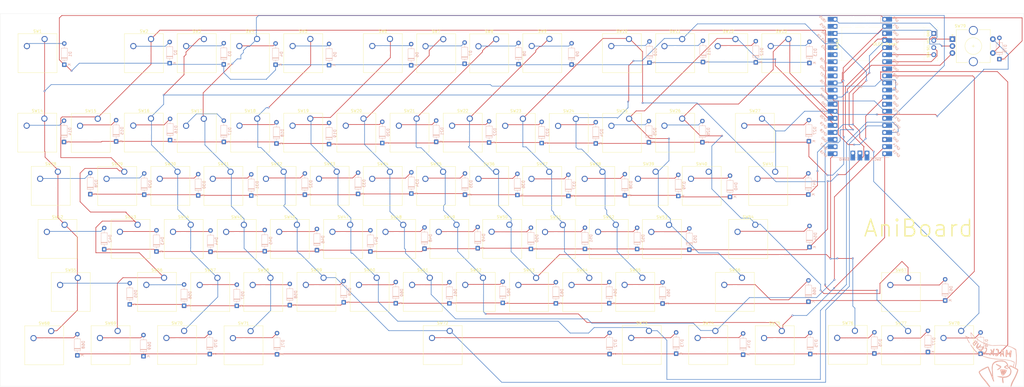
<source format=kicad_pcb>
(kicad_pcb (version 20241229) (generator "pcbnew") (generator_version "9.0")
  (layers (0 "F.Cu" signal) (2 "B.Cu" signal) (13 "F.Paste" user) (15 "B.Paste" user) (5 "F.SilkS" user "F.Silkscreen") (7 "B.SilkS" user "B.Silkscreen") (1 "F.Mask" user) (3 "B.Mask" user) (25 "Edge.Cuts" user))
  (net 0 "")
  (net 1 "Net-(Brd1-SDA)")
  (net 2 "Net-(Brd1-SCL)")
  (net 3 "GND")
  (net 4 "+5V")
  (net 5 "row1")
  (net 6 "Net-(D1-A)")
  (net 7 "Net-(D2-A)")
  (net 8 "Net-(D3-A)")
  (net 9 "Net-(D4-A)")
  (net 10 "Net-(D5-A)")
  (net 11 "Net-(D6-A)")
  (net 12 "Net-(D7-A)")
  (net 13 "Net-(D8-A)")
  (net 14 "Net-(D9-A)")
  (net 15 "Net-(D10-A)")
  (net 16 "Net-(D11-A)")
  (net 17 "Net-(D12-A)")
  (net 18 "Net-(D13-A)")
  (net 19 "Net-(D14-A)")
  (net 20 "row2")
  (net 21 "Net-(D15-A)")
  (net 22 "Net-(D16-A)")
  (net 23 "Net-(D17-A)")
  (net 24 "Net-(D18-A)")
  (net 25 "Net-(D19-A)")
  (net 26 "Net-(D20-A)")
  (net 27 "Net-(D21-A)")
  (net 28 "Net-(D22-A)")
  (net 29 "Net-(D23-A)")
  (net 30 "Net-(D24-A)")
  (net 31 "Net-(D25-A)")
  (net 32 "Net-(D26-A)")
  (net 33 "Net-(D27-A)")
  (net 34 "row3")
  (net 35 "Net-(D28-A)")
  (net 36 "Net-(D29-A)")
  (net 37 "Net-(D30-A)")
  (net 38 "Net-(D31-A)")
  (net 39 "Net-(D32-A)")
  (net 40 "Net-(D33-A)")
  (net 41 "Net-(D34-A)")
  (net 42 "Net-(D35-A)")
  (net 43 "Net-(D36-A)")
  (net 44 "Net-(D37-A)")
  (net 45 "Net-(D38-A)")
  (net 46 "Net-(D39-A)")
  (net 47 "Net-(D40-A)")
  (net 48 "Net-(D41-A)")
  (net 49 "Net-(D42-A)")
  (net 50 "Net-(D43-A)")
  (net 51 "Net-(D44-A)")
  (net 52 "Net-(D45-A)")
  (net 53 "Net-(D46-A)")
  (net 54 "Net-(D47-A)")
  (net 55 "Net-(D48-A)")
  (net 56 "Net-(D49-A)")
  (net 57 "Net-(D50-A)")
  (net 58 "Net-(D51-A)")
  (net 59 "Net-(D52-A)")
  (net 60 "Net-(D53-A)")
  (net 61 "Net-(D54-A)")
  (net 62 "Net-(D55-A)")
  (net 63 "row5")
  (net 64 "Net-(D56-A)")
  (net 65 "Net-(D57-A)")
  (net 66 "Net-(D58-A)")
  (net 67 "Net-(D59-A)")
  (net 68 "Net-(D60-A)")
  (net 69 "Net-(D61-A)")
  (net 70 "Net-(D62-A)")
  (net 71 "Net-(D63-A)")
  (net 72 "Net-(D64-A)")
  (net 73 "Net-(D65-A)")
  (net 74 "Net-(D66-A)")
  (net 75 "Net-(D67-A)")
  (net 76 "Net-(D68-A)")
  (net 77 "row6")
  (net 78 "Net-(D69-A)")
  (net 79 "Net-(D70-A)")
  (net 80 "Net-(D71-A)")
  (net 81 "Net-(D72-A)")
  (net 82 "Net-(D73-A)")
  (net 83 "Net-(D74-A)")
  (net 84 "Net-(D75-A)")
  (net 85 "Net-(D76-A)")
  (net 86 "Net-(D77-A)")
  (net 87 "Net-(D78-A)")
  (net 88 "Net-(D79-A)")
  (net 89 "col1")
  (net 90 "col2")
  (net 91 "col3")
  (net 92 "col4")
  (net 93 "col5")
  (net 94 "col6")
  (net 95 "col7")
  (net 96 "col8")
  (net 97 "col9")
  (net 98 "col10")
  (net 99 "col11")
  (net 100 "col12")
  (net 101 "col13")
  (net 102 "col14")
  (net 103 "enc1")
  (net 104 "enc2")
  (net 119 "row4")
  (footprint "Button_Switch_Keyboard:SW_Cherry_MX_1.00u_PCB" (layer "F.Cu") (at 128.825 293.54)
    (property "Reference" "SW44")
    (property "Value" "SW_Push")
  )
  (footprint "Button_Switch_Keyboard:SW_Cherry_MX_1.00u_PCB" (layer "F.Cu") (at 109.79 293.54)
    (property "Reference" "SW43")
    (property "Value" "SW_Push")
  )
  (footprint "Button_Switch_Keyboard:SW_Cherry_MX_1.00u_PCB" (layer "F.Cu") (at 281.22 293.54)
    (property "Reference" "SW52")
    (property "Value" "SW_Push")
  )
  (footprint "Button_Switch_Keyboard:SW_Cherry_MX_1.00u_PCB" (layer "F.Cu") (at 228.88 255.44)
    (property "Reference" "SW22")
    (property "Value" "SW_Push")
  )
  (footprint "Button_Switch_Keyboard:SW_Cherry_MX_1.00u_PCB" (layer "F.Cu") (at 152.66 255.44)
    (property "Reference" "SW18")
    (property "Value" "SW_Push")
  )
  (footprint "Button_Switch_Keyboard:SW_Cherry_MX_1.00u_PCB" (layer "F.Cu") (at 295.51 274.5)
    (property "Reference" "SW39")
    (property "Value" "SW_Push")
  )
  (footprint "Button_Switch_Keyboard:SW_Cherry_MX_1.25u_PCB" (layer "F.Cu") (at 316.92 331.66)
    (property "Reference" "SW74")
    (property "Value" "SW_Push")
  )
  (footprint "Button_Switch_Keyboard:SW_Cherry_MX_1.75u_PCB" (layer "F.Cu") (at 83.6 293.56)
    (property "Reference" "SW42")
    (property "Value" "SW_Push")
  )
  (footprint "Button_Switch_Keyboard:SW_Cherry_MX_2.00u_PCB" (layer "F.Cu") (at 333.64 255.46)
    (property "Reference" "SW27")
    (property "Value" "SW_Push")
  )
  (footprint "Button_Switch_Keyboard:SW_Cherry_MX_1.00u_PCB" (layer "F.Cu") (at 305.02 255.45)
    (property "Reference" "SW26")
    (property "Value" "SW_Push")
  )
  (footprint "Button_Switch_Keyboard:SW_Cherry_MX_1.25u_PCB" (layer "F.Cu") (at 78.81 331.71)
    (property "Reference" "SW68")
    (property "Value" "SW_Push")
  )
  (footprint "Button_Switch_Keyboard:SW_Cherry_MX_1.00u_PCB" (layer "F.Cu") (at 257.35 274.53)
    (property "Reference" "SW37")
    (property "Value" "SW_Push")
  )
  (footprint "Button_Switch_Keyboard:SW_Cherry_MX_1.00u_PCB" (layer "F.Cu") (at 224.11 293.55)
    (property "Reference" "SW49")
    (property "Value" "SW_Push")
  )
  (footprint "KiCad-SSD1306-0.91-OLED-4pin-128x32.pretty-master:SSD1306-0.91-OLED-4pin-128x32" (layer "F.Cu") (at 358.73 222.68)
    (property "Reference" "Brd1")
    (property "Value" "SSD1306")
  )
  (footprint "Button_Switch_Keyboard:SW_Cherry_MX_1.00u_PCB" (layer "F.Cu") (at 185.98 293.54)
    (property "Reference" "SW47")
    (property "Value" "SW_Push")
  )
  (footprint "Button_Switch_Keyboard:SW_Cherry_MX_1.00u_PCB" (layer "F.Cu") (at 147.88 293.57)
    (property "Reference" "SW45")
    (property "Value" "SW_Push")
  )
  (footprint "Button_Switch_Keyboard:SW_Cherry_MX_1.00u_PCB" (layer "F.Cu") (at 200.24 274.52)
    (property "Reference" "SW34")
    (property "Value" "SW_Push")
  )
  (footprint "Button_Switch_Keyboard:SW_Cherry_MX_1.00u_PCB" (layer "F.Cu") (at 324.12 226.89)
    (property "Reference" "SW12")
    (property "Value" "SW_Push")
  )
  (footprint "Button_Switch_Keyboard:SW_Cherry_MX_1.00u_PCB" (layer "F.Cu") (at 285.96 226.86)
    (property "Reference" "SW10")
    (property "Value" "SW_Push")
  )
  (footprint "Button_Switch_Keyboard:SW_Cherry_MX_1.00u_PCB" (layer "F.Cu") (at 152.61 226.85)
    (property "Reference" "SW4")
    (property "Value" "SW_Push")
  )
  (footprint "Button_Switch_Keyboard:SW_Cherry_MX_1.00u_PCB" (layer "F.Cu") (at 162.15 274.51)
    (property "Reference" "SW32")
    (property "Value" "SW_Push")
  )
  (footprint "Button_Switch_Keyboard:SW_Cherry_MX_1.00u_PCB" (layer "F.Cu") (at 219.31 274.52)
    (property "Reference" "SW35")
    (property "Value" "SW_Push")
  )
  (footprint "Button_Switch_Keyboard:SW_Cherry_MX_1.00u_PCB" (layer "F.Cu") (at 157.4 312.62)
    (property "Reference" "SW58")
    (property "Value" "SW_Push")
  )
  (footprint "Button_Switch_Keyboard:SW_Cherry_MX_1.00u_PCB" (layer "F.Cu") (at 114.58 255.41)
    (property "Reference" "SW16")
    (property "Value" "SW_Push")
  )
  (footprint "Button_Switch_Keyboard:SW_Cherry_MX_1.00u_PCB" (layer "F.Cu") (at 176.45 312.59)
    (property "Reference" "SW59")
    (property "Value" "SW_Push")
  )
  (footprint "Button_Switch_Keyboard:SW_Cherry_MX_1.00u_PCB" (layer "F.Cu") (at 405.06 331.66)
    (property "Reference" "SW78")
    (property "Value" "SW_Push")
  )
  (footprint "Button_Switch_Keyboard:SW_Cherry_MX_1.00u_PCB" (layer "F.Cu") (at 219.36 226.92)
    (property "Reference" "SW7")
    (property "Value" "SW_Push")
  )
  (footprint "Button_Switch_Keyboard:SW_Cherry_MX_1.00u_PCB" (layer "F.Cu") (at 200.27 226.83)
    (property "Reference" "SW6")
    (property "Value" "SW_Push")
  )
  (footprint "Button_Switch_Keyboard:SW_Cherry_MX_1.00u_PCB" (layer "F.Cu") (at 171.69 255.44)
    (property "Reference" "SW19")
    (property "Value" "SW_Push")
  )
  (footprint "Button_Switch_Keyboard:SW_Cherry_MX_1.50u_PCB" (layer "F.Cu") (at 81.19 274.5)
    (property "Reference" "SW28")
    (property "Value" "SW_Push")
  )
  (footprint "Button_Switch_Keyboard:SW_Cherry_MX_1.00u_PCB" (layer "F.Cu") (at 247.92 255.48)
    (property "Reference" "SW23")
    (property "Value" "SW_Push")
  )
  (footprint "Button_Switch_Keyboard:SW_Cherry_MX_1.00u_PCB" (layer "F.Cu") (at 114.6 226.87)
    (property "Reference" "SW2")
    (property "Value" "SW_Push")
  )
  (footprint "Button_Switch_Keyboard:SW_Cherry_MX_6.25u_PCB" (layer "F.Cu") (at 221.68 331.66)
    (property "Reference" "SW72")
    (property "Value" "SW_Push")
  )
  (footprint "Button_Switch_Keyboard:SW_Cherry_MX_2.25u_PCB" (layer "F.Cu") (at 88.35 312.62)
    (property "Reference" "SW55")
    (property "Value" "SW_Push")
  )
  (footprint "Button_Switch_Keyboard:SW_Cherry_MX_1.00u_PCB" (layer "F.Cu") (at 190.77 255.44)
    (property "Reference" "SW20")
    (property "Value" "SW_Push")
  )
  (footprint "Button_Switch_Keyboard:SW_Cherry_MX_1.00u_PCB" (layer "F.Cu") (at 238.34 274.51)
    (property "Reference" "SW36")
    (property "Value" "SW_Push")
  )
  (footprint "Button_Switch_Keyboard:SW_Cherry_MX_1.00u_PCB" (layer "F.Cu") (at 271.71 312.63)
    (property "Reference" "SW64")
    (property "Value" "SW_Push")
  )
  (footprint "Button_Switch_Keyboard:SW_Cherry_MX_1.00u_PCB" (layer "F.Cu") (at 238.34 226.93)
    (property "Reference" "SW8")
    (property "Value" "SW_Push")
  )
  (footprint "Button_Switch_Keyboard:SW_Cherry_MX_1.00u_PCB" (layer "F.Cu") (at 243.06 293.52)
    (property "Reference" "SW50")
    (property "Value" "SW_Push")
  )
  (footprint "Button_Switch_Keyboard:SW_Cherry_MX_2.25u_PCB" (layer "F.Cu") (at 331.23 293.5425)
    (property "Reference" "SW54")
    (property "Value" "SW_Push")
  )
  (footprint "Button_Switch_Keyboard:SW_Cherry_MX_1.00u_PCB" (layer "F.Cu") (at 143.09 274.51)
    (property "Reference" "SW31")
    (property "Value" "SW_Push")
  )
  (footprint "Button_Switch_Keyboard:SW_Cherry_MX_1.00u_PCB" (layer "F.Cu") (at 133.52 255.48)
    (property "Reference" "SW17")
    (property "Value" "SW_Push")
  )
  (footprint "Button_Switch_Keyboard:SW_Cherry_MX_1.00u_PCB" (layer "F.Cu") (at 209.81 255.44)
    (property "Reference" "SW21")
    (property "Value" "SW_Push")
  )
  (footprint "Rotary_Encoder:RotaryEncoder_Alps_EC11E-Switch_Vertical_H20mm_CircularMountingHoles" (layer "F.Cu") (at 401.91 226.9)
    (property "Reference" "SW79")
    (property "Value" "RotaryEncoder_Switch" (hide yes))
  )
  (footprint "Button_Switch_Keyboard:SW_Cherry_MX_1.00u_PCB" (layer "F.Cu") (at 195.5 312.59)
    (property "Reference" "SW60")
    (property "Value" "SW_Push")
  )
  (footprint "Button_Switch_Keyboard:SW_Cherry_MX_1.25u_PCB" (layer "F.Cu") (at 150.3 331.71)
    (property "Reference" "SW71")
    (property "Value" "SW_Push")
  )
  (footprint "Button_Switch_Keyboard:SW_Cherry_MX_1.00u_PCB" (layer "F.Cu") (at 366.96 331.62)
    (property "Reference" "SW76")
    (property "Value" "SW_Push")
  )
  (footprint "Button_Switch_Keyboard:SW_Cherry_MX_1.25u_PCB" (layer "F.Cu") (at 102.63 331.67)
    (property "Reference" "SW69")
    (property "Value" "SW_Push")
  )
  (footprint "Button_Switch_Keyboard:SW_Cherry_MX_1.00u_PCB" (layer "F.Cu") (at 205.01 293.57)
    (property "Reference" "SW48")
    (property "Value" "SW_Push")
  )
  (footprint "Button_Switch_Keyboard:SW_Cherry_MX_1.00u_PCB" (layer "F.Cu") (at 305.02 226.89)
    (property "Reference" "SW11")
    (property "Value" "SW_Push")
  )
  (footprint "Button_Switch_Keyboard:SW_Cherry_MX_1.00u_PCB" (layer "F.Cu") (at 252.65 312.63)
    (property "Reference" "SW63")
    (property "Value" "SW_Push")
  )
  (footprint "Button_Switch_Keyboard:SW_Cherry_MX_1.00u_PCB" (layer "F.Cu") (at 105 274.52)
    (property "Reference" "SW29")
    (property "Value" "SW_Push")
  )
  (footprint "Button_Switch_Keyboard:SW_Cherry_MX_1.00u_PCB" (layer "F.Cu") (at 166.9 293.54)
    (property "Reference" "SW46")
    (property "Value" "SW_Push")
  )
  (footprint "Button_Switch_Keyboard:SW_Cherry_MX_1.00u_PCB" (layer "F.Cu") (at 181.16 274.49)
    (property "Reference" "SW33")
    (property "Value" "SW_Push")
  )
  (footprint "Button_Switch_Keyboard:SW_Cherry_MX_1.50u_PCB" (layer "F.Cu") (at 338.38 274.52)
    (property "Reference" "SW41")
    (property "Value" "SW_Push")
  )
  (footprint "Button_Switch_Keyboard:SW_Cherry_MX_1.00u_PCB" (layer "F.Cu") (at 76.435 226.87)
    (property "Reference" "SW1")
    (property "Value" "SW_Push")
  )
  (footprint "Button_Switch_Keyboard:SW_Cherry_MX_1.00u_PCB" (layer "F.Cu") (at 286 255.48)
    (property "Reference" "SW25")
    (property "Value" "SW_Push")
  )
  (footprint "Button_Switch_Keyboard:SW_Cherry_MX_1.00u_PCB" (layer "F.Cu") (at 138.39 312.62)
    (property "Reference" "SW57")
    (property "Value" "SW_Push")
  )
  (footprint "Button_Switch_Keyboard:SW_Cherry_MX_1.00u_PCB" (layer "F.Cu") (at 314.54 274.5)
    (property "Reference" "SW40")
    (property "Value" "SW_Push")
  )
  (footprint "Button_Switch_Keyboard:SW_Cherry_MX_1.00u_PCB" (layer "F.Cu") (at 214.55 312.59)
    (property "Reference" "SW61")
    (property "Value" "SW_Push")
  )
  (footprint "Button_Switch_Keyboard:SW_Cherry_MX_1.00u_PCB" (layer "F.Cu") (at 257.43 226.83)
    (property "Reference" "SW9")
    (property "Value" "SW_Push")
  )
  (footprint "Button_Switch_Keyboard:SW_Cherry_MX_1.00u_PCB" (layer "F.Cu") (at 171.71 226.85)
    (property "Reference" "SW5")
    (property "Value" "SW_Push")
  )
  (footprint "Button_Switch_Keyboard:SW_Cherry_MX_1.00u_PCB" (layer "F.Cu") (at 76.36 255.44)
    (property "Reference" "SW14")
    (property "Value" "SW_Push")
  )
  (footprint "Button_Switch_Keyboard:SW_Cherry_MX_1.00u_PCB" (layer "F.Cu") (at 386.02 331.69)
    (property "Reference" "SW77")
    (property "Value" "SW_Push")
  )
  (footprint "Button_Switch_Keyboard:SW_Cherry_MX_1.25u_PCB" (layer "F.Cu") (at 340.74 331.68)
    (property "Reference" "SW75")
    (property "Value" "SW_Push")
  )
  (footprint "Button_Switch_Keyboard:SW_Cherry_MX_1.00u_PCB" (layer "F.Cu") (at 300.31 293.58)
    (property "Reference" "SW53")
    (property "Value" "SW_Push")
  )
  (footprint "Button_Switch_Keyboard:SW_Cherry_MX_1.25u_PCB" (layer "F.Cu") (at 126.46 331.65)
    (property "Reference" "SW70")
    (property "Value" "SW_Push")
  )
  (footprint "Button_Switch_Keyboard:SW_Cherry_MX_1.00u_PCB" (layer "F.Cu") (at 95.5 255.48)
    (property "Reference" "SW15")
    (property "Value" "SW_Push")
  )
  (footprint "Button_Switch_Keyboard:SW_Cherry_MX_1.00u_PCB" (layer "F.Cu") (at 233.6 312.59)
    (property "Reference" "SW62")
    (property "Value" "SW_Push")
  )
  (footprint "Button_Switch_Keyboard:SW_Cherry_MX_1.00u_PCB" (layer "F.Cu") (at 119.27 312.59)
    (property "Reference" "SW56")
    (property "Value" "SW_Push")
  )
  (footprint "Button_Switch_Keyboard:SW_Cherry_MX_1.00u_PCB" (layer "F.Cu") (at 133.55 226.88)
    (property "Reference" "SW3")
    (property "Value" "SW_Push")
  )
  (footprint "Button_Switch_Keyboard:SW_Cherry_MX_1.00u_PCB" (layer "F.Cu") (at 290.74 312.59)
    (property "Reference" "SW65")
    (property "Value" "SW_Push")
  )
  (footprint "Button_Switch_Keyboard:SW_Cherry_MX_1.00u_PCB" (layer "F.Cu") (at 276.43 274.53)
    (property "Reference" "SW38")
    (property "Value" "SW_Push")
  )
  (footprint "Button_Switch_Keyboard:SW_Cherry_MX_1.00u_PCB" (layer "F.Cu") (at 386.01 312.63)
    (property "Reference" "SW67")
    (property "Value" "SW_Push")
  )
  (footprint "Button_Switch_Keyboard:SW_Cherry_MX_1.00u_PCB" (layer "F.Cu") (at 266.89 255.51)
    (property "Reference" "SW24")
    (property "Value" "SW_Push")
  )
  (footprint "Button_Switch_Keyboard:SW_Cherry_MX_1.00u_PCB" (layer "F.Cu") (at 124.08 274.51)
    (property "Reference" "SW30")
    (property "Value" "SW_Push")
  )
  (footprint "Button_Switch_Keyboard:SW_Cherry_MX_1.00u_PCB" (layer "F.Cu") (at 262.21 293.61)
    (property "Reference" "SW51")
    (property "Value" "SW_Push")
  )
  (footprint "Button_Switch_Keyboard:SW_Cherry_MX_1.25u_PCB" (layer "F.Cu") (at 293.11 331.63)
    (property "Reference" "SW73")
    (property "Value" "SW_Push")
  )
  (footprint "Button_Switch_Keyboard:SW_Cherry_MX_1.00u_PCB" (layer "F.Cu") (at 343.12 226.87)
    (property "Reference" "SW13")
    (property "Value" "SW_Push")
  )
  (footprint "Button_Switch_Keyboard:SW_Cherry_MX_2.75u_PCB" (layer "F.Cu") (at 326.47 312.59)
    (property "Reference" "SW66")
    (property "Value" "SW_Push")
  )
  (footprint "Diode_THT:D_DO-35_SOD27_P7.62mm_Horizontal" (layer "B.Cu") (at 207.85 236.3 90)
    (property "Reference" "D6")
    (property "Value" "1N4148")
  )
  (footprint "Diode_THT:D_DO-35_SOD27_P7.62mm_Horizontal" (layer "B.Cu") (at 288.875 302.25 90)
    (property "Reference" "D52")
    (property "Value" "1N4148")
  )
  (footprint "Diode_THT:D_DO-35_SOD27_P7.62mm_Horizontal" (layer "B.Cu") (at 159.25 236.095 90)
    (property "Reference" "D4")
    (property "Value" "1N4148")
  )
  (footprint "Diode_THT:D_DO-35_SOD27_P7.62mm_Horizontal" (layer "B.Cu") (at 111.89 340.76 90)
    (property "Reference" "D69")
    (property "Value" "1N4148")
  )
  (footprint "Diode_THT:D_DO-35_SOD27_P7.62mm_Horizontal" (layer "B.Cu") (at 350.675 301.575 90)
    (property "Reference" "D54")
    (property "Value" "1N4148")
  )
  (footprint "Diode_THT:D_DO-35_SOD27_P7.62mm_Horizontal" (layer "B.Cu") (at 322.175 283.55 90)
    (property "Reference" "D40")
    (property "Value" "1N4148")
  )
  (footprint "Diode_THT:D_DO-35_SOD27_P7.62mm_Horizontal" (layer "B.Cu") (at 145.35 322.67 90)
    (property "Reference" "D57")
    (property "Value" "1N4148")
  )
  (footprint "Diode_THT:D_DO-35_SOD27_P7.62mm_Horizontal" (layer "B.Cu") (at 121.275 235.55 90)
    (property "Reference" "D2")
    (property "Value" "1N4148")
  )
  (footprint "Diode_THT:D_DO-35_SOD27_P7.62mm_Horizontal" (layer "B.Cu") (at 331.425 235.25 90)
    (property "Reference" "D12")
    (property "Value" "1N4148")
  )
  (footprint "Diode_THT:D_DO-35_SOD27_P7.62mm_Horizontal" (layer "B.Cu") (at 193.25 303.15 90)
    (property "Reference" "D47")
    (property "Value" "1N4148")
  )
  (footprint "Diode_THT:D_DO-35_SOD27_P7.62mm_Horizontal" (layer "B.Cu") (at 216.825 263.775 90)
    (property "Reference" "D21")
    (property "Value" "1N4148")
  )
  (footprint "Diode_THT:D_DO-35_SOD27_P7.62mm_Horizontal" (layer "B.Cu") (at 293.1 263.95 90)
    (property "Reference" "D25")
    (property "Value" "1N4148")
  )
  (footprint "Diode_THT:D_DO-35_SOD27_P7.62mm_Horizontal" (layer "B.Cu") (at 121.425 263.15 90)
    (property "Reference" "D16")
    (property "Value" "1N4148")
  )
  (footprint "Diode_THT:D_DO-35_SOD27_P7.62mm_Horizontal" (layer "B.Cu") (at 245.95 282.875 90)
    (property "Reference" "D36")
    (property "Value" "1N4148")
  )
  (footprint "Diode_THT:D_DO-35_SOD27_P7.62mm_Horizontal" (layer "B.Cu") (at 140.7 263.8 90)
    (property "Reference" "D17")
    (property "Value" "1N4148")
  )
  (footprint "Diode_THT:D_DO-35_SOD27_P7.62mm_Horizontal" (layer "B.Cu") (at 240.7 321.6 90)
    (property "Reference" "D62")
    (property "Value" "1N4148")
  )
  (footprint "Diode_THT:D_DO-35_SOD27_P7.62mm_Horizontal" (layer "B.Cu") (at 83.5 236.1 90)
    (property "Reference" "D1")
    (property "Value" "1N4148")
  )
  (footprint "Diode_THT:D_DO-35_SOD27_P7.62mm_Horizontal" (layer "B.Cu") (at 197.5 264.2 90)
    (property "Reference" "D20")
    (property "Value" "1N4148")
  )
  (footprint "Diode_THT:D_DO-35_SOD27_P7.62mm_Horizontal" (layer "B.Cu") (at 246.35 235.9 90)
    (property "Reference" "D8")
    (property "Value" "1N4148")
  )
  (footprint "Diode_THT:D_DO-35_SOD27_P7.62mm_Horizontal" (layer "B.Cu") (at 274.05 264.35 90)
    (property "Reference" "D24")
    (property "Value" "1N4148")
  )
  (footprint "Diode_THT:D_DO-35_SOD27_P7.62mm_Horizontal" (layer "B.Cu") (at 135.67 339.97 90)
    (property "Reference" "D70")
    (property "Value" "1N4148")
  )
  (footprint "Diode_THT:D_DO-35_SOD27_P7.62mm_Horizontal" (layer "B.Cu") (at 83.4 263.825 90)
    (property "Reference" "D14")
    (property "Value" "1N4148")
  )
  (footprint "Diode_THT:D_DO-35_SOD27_P7.62mm_Horizontal" (layer "B.Cu") (at 350.65 235.475 90)
    (property "Reference" "D13")
    (property "Value" "1N4148")
  )
  (footprint "Diode_THT:D_DO-35_SOD27_P7.62mm_Horizontal" (layer "B.Cu") (at 106.975 322.15 90)
    (property "Reference" "D55")
    (property "Value" "1N4148")
  )
  (footprint "Diode_THT:D_DO-35_SOD27_P7.62mm_Horizontal" (layer "B.Cu") (at 350.93 339.95 90)
    (property "Reference" "D75")
    (property "Value" "1N4148")
  )
  (footprint "Diode_THT:D_DO-35_SOD27_P7.62mm_Horizontal" (layer "B.Cu") (at 254.65 264.225 90)
    (property "Reference" "D23")
    (property "Value" "1N4148")
  )
  (footprint "Diode_THT:D_DO-35_SOD27_P7.62mm_Horizontal" (layer "B.Cu") (at 312.275 263.925 90)
    (property "Reference" "D26")
    (property "Value" "1N4148")
  )
  (footprint "Diode_THT:D_DO-35_SOD27_P7.62mm_Horizontal" (layer "B.Cu") (at 88.18 340.44 90)
    (property "Reference" "D68")
    (property "Value" "1N4148")
  )
  (footprint "Diode_THT:D_DO-35_SOD27_P7.62mm_Horizontal" (layer "B.Cu") (at 231.725 301.975 90)
    (property "Reference" "D49")
    (property "Value" "1N4148")
  )
  (footprint "Diode_THT:D_DO-35_SOD27_P7.62mm_Horizontal" (layer "B.Cu") (at 293.3 235.35 90)
    (property "Reference" "D10")
    (property "Value" "1N4148")
  )
  (footprint "Diode_THT:D_DO-35_SOD27_P7.62mm_Horizontal" (layer "B.Cu") (at 264.22 283.21 90)
    (property "Reference" "D37")
    (property "Value" "1N4148")
  )
  (footprint "Diode_THT:D_DO-35_SOD27_P7.62mm_Horizontal" (layer "B.Cu") (at 97.8 302.35 90)
    (property "Reference" "D42")
    (property "Value" "1N4148")
  )
  (footprint "Diode_THT:D_DO-35_SOD27_P7.62mm_Horizontal" (layer "B.Cu") (at 412.02 339.84 90)
    (property "Reference" "D78")
    (property "Value" "1N4148")
  )
  (footprint "Diode_THT:D_DO-35_SOD27_P7.62mm_Horizontal" (layer "B.Cu") (at 178.425 236.25 90)
    (property "Reference" "D5")
    (property "Value" "1N4148")
  )
  (footprint "Diode_THT:D_DO-35_SOD27_P7.62mm_Horizontal" (layer "B.Cu") (at 155.375 303.05 90)
    (property "Reference" "D45")
    (property "Value" "1N4148")
  )
  (footprint "Diode_THT:D_DO-35_SOD27_P7.62mm_Horizontal" (layer "B.Cu") (at 178.425 264.6 90)
    (property "Reference" "D19")
    (property "Value" "1N4148")
  )
  (footprint "Diode_THT:D_DO-35_SOD27_P7.62mm_Horizontal" (layer "B.Cu") (at 169.75 282.75 90)
    (property "Reference" "D32")
    (property "Value" "1N4148")
  )
  (footprint "RP-PICO:RPi_Pico_SMD_TH" (layer "B.Cu") (at 368.74 243.91 180)
    (property "Reference" "U1")
    (property "Value" "Pico")
  )
  (footprint "Diode_THT:D_DO-35_SOD27_P7.62mm_Horizontal" (layer "B.Cu") (at 278.875 321.725 90)
    (property "Reference" "D64")
    (property "Value" "1N4148")
  )
  (footprint "Diode_THT:D_DO-35_SOD27_P7.62mm_Horizontal" (layer "B.Cu") (at 279 339.96 90)
    (property "Reference" "D72")
    (property "Value" "1N4148")
  )
  (footprint "Diode_THT:D_DO-35_SOD27_P7.62mm_Horizontal" (layer "B.Cu") (at 202.35 321.725 90)
    (property "Reference" "D60")
    (property "Value" "1N4148")
  )
  (footprint "Diode_THT:D_DO-35_SOD27_P7.62mm_Horizontal" (layer "B.Cu") (at 150.525 283.075 90)
    (property "Reference" "D31")
    (property "Value" "1N4148")
  )
  (footprint "Diode_THT:D_DO-35_SOD27_P7.62mm_Horizontal" (layer "B.Cu") (at 303.625 283.235 90)
    (property "Reference" "D39")
    (property "Value" "1N4148")
  )
  (footprint "Diode_THT:D_DO-35_SOD27_P7.62mm_Horizontal" (layer "B.Cu") (at 373.94 339.76 90)
    (property "Reference" "D76")
    (property "Value" "1N4148")
  )
  (footprint "Diode_THT:D_DO-35_SOD27_P7.62mm_Horizontal" (layer "B.Cu") (at 126.45 322.625 90)
    (property "Reference" "D56")
    (property "Value" "1N4148")
  )
  (footprint "Diode_THT:D_DO-35_SOD27_P7.62mm_Horizontal" (layer "B.Cu") (at 212.65 302.125 90)
    (property "Reference" "D48")
    (property "Value" "1N4148")
  )
  (footprint "Diode_THT:D_DO-35_SOD27_P7.62mm_Horizontal" (layer "B.Cu") (at 307.6 302.5 90)
    (property "Reference" "D53")
    (property "Value" "1N4148")
  )
  (footprint "Diode_THT:D_DO-35_SOD27_P7.62mm_Horizontal" (layer "B.Cu") (at 140.675 235.975 90)
    (property "Reference" "D3")
    (property "Value" "1N4148")
  )
  (footprint "Diode_THT:D_DO-35_SOD27_P7.62mm_Horizontal" (layer "B.Cu") (at 298 321.825 90)
    (property "Reference" "D65")
    (property "Value" "1N4148")
  )
  (footprint "Diode_THT:D_DO-35_SOD27_P7.62mm_Horizontal" (layer "B.Cu") (at 326.87 340.19 90)
    (property "Reference" "D74")
    (property "Value" "1N4148")
  )
  (footprint "Diode_THT:D_DO-35_SOD27_P7.62mm_Horizontal" (layer "B.Cu") (at 92.825 282.575 90)
    (property "Reference" "D28")
    (property "Value" "1N4148")
  )
  (footprint "Diode_THT:D_DO-35_SOD27_P7.62mm_Horizontal" (layer "B.Cu") (at 159.76 340.07 90)
    (property "Reference" "D71")
    (property "Value" "1N4148")
  )
  (footprint "Diode_THT:D_DO-35_SOD27_P7.62mm_Horizontal" (layer "B.Cu") (at 250.8 302.225 90)
    (property "Reference" "D50")
    (property "Value" "1N4148")
  )
  (footprint "Diode_THT:D_DO-35_SOD27_P7.62mm_Horizontal" (layer "B.Cu") (at 393.14 339.23 90)
    (property "Reference" "D77")
    (property "Value" "1N4148")
  )
  (footprint "Diode_THT:D_DO-35_SOD27_P7.62mm_Horizontal" (layer "B.Cu") (at 350.25 282.71 90)
    (property "Reference" "D41")
    (property "Value" "1N4148")
  )
  (footprint "Diode_THT:D_DO-35_SOD27_P7.62mm_Horizontal" (layer "B.Cu") (at 284.475 283 90)
    (property "Reference" "D38")
    (property "Value" "1N4148")
  )
  (footprint "Diode_THT:D_DO-35_SOD27_P7.62mm_Horizontal" (layer "B.Cu") (at 259.75 321.775 90)
    (property "Reference" "D63")
    (property "Value" "1N4148")
  )
  (footprint "Diode_THT:D_DO-35_SOD27_P7.62mm_Horizontal" (layer "B.Cu") (at 312.475 235.125 90)
    (property "Reference" "D11")
    (property "Value" "1N4148")
  )
  (footprint "LOGO" (layer "B.Cu") (at 416.06 342.04 180)
    (property "Reference" "Orpheus" (hide yes))
    (property "Value" "LOGO" (hide yes))
  )
  (footprint "Diode_THT:D_DO-35_SOD27_P7.62mm_Horizontal" (layer "B.Cu") (at 102.075 263.625 90)
    (property "Reference" "D15")
    (property "Value" "1N4148")
  )
  (footprint "Diode_THT:D_DO-35_SOD27_P7.62mm_Horizontal" (layer "B.Cu") (at 399.31 320.75 90)
    (property "Reference" "D67")
    (property "Value" "1N4148")
  )
  (footprint "Diode_THT:D_DO-35_SOD27_P7.62mm_Horizontal" (layer "B.Cu") (at 265.375 236.025 90)
    (property "Reference" "D9")
    (property "Value" "1N4148")
  )
  (footprint "Diode_THT:D_DO-35_SOD27_P7.62mm_Horizontal" (layer "B.Cu") (at 183.675 321.375 90)
    (property "Reference" "D59")
    (property "Value" "1N4148")
  )
  (footprint "Diode_THT:D_DO-35_SOD27_P7.62mm_Horizontal" (layer "B.Cu") (at 235.8 264.025 90)
    (property "Reference" "D22")
    (property "Value" "1N4148")
  )
  (footprint "Diode_THT:D_DO-35_SOD27_P7.62mm_Horizontal" (layer "B.Cu") (at 350.45 263.575 90)
    (property "Reference" "D27")
    (property "Value" "1N4148")
  )
  (footprint "Diode_THT:D_DO-35_SOD27_P7.62mm_Horizontal" (layer "B.Cu") (at 174.075 302.675 90)
    (property "Reference" "D46")
    (property "Value" "1N4148")
  )
  (footprint "Diode_THT:D_DO-35_SOD27_P7.62mm_Horizontal" (layer "B.Cu") (at 159.575 264.375 90)
    (property "Reference" "D18")
    (property "Value" "1N4148")
  )
  (footprint "Diode_THT:D_DO-35_SOD27_P7.62mm_Horizontal" (layer "B.Cu") (at 227.025 235.75 90)
    (property "Reference" "D7")
    (property "Value" "1N4148")
  )
  (footprint "Diode_THT:D_DO-35_SOD27_P7.62mm_Horizontal" (layer "B.Cu") (at 164.35 322.4 90)
    (property "Reference" "D58")
    (property "Value" "1N4148")
  )
  (footprint "Diode_THT:D_DO-35_SOD27_P7.62mm_Horizontal" (layer "B.Cu") (at 135.925 303.225 90)
    (property "Reference" "D44")
    (property "Value" "1N4148")
  )
  (footprint "Diode_THT:D_DO-35_SOD27_P7.62mm_Horizontal" (layer "B.Cu") (at 350.3 321.15 90)
    (property "Reference" "D66")
    (property "Value" "1N4148")
  )
  (footprint "Diode_THT:D_DO-35_SOD27_P7.62mm_Horizontal" (layer "B.Cu") (at 131.5 283 90)
    (property "Reference" "D30")
    (property "Value" "1N4148")
  )
  (footprint "Diode_THT:D_DO-35_SOD27_P7.62mm_Horizontal" (layer "B.Cu") (at 207.925 282.35 90)
    (property "Reference" "D34")
    (property "Value" "1N4148")
  )
  (footprint "Diode_THT:D_DO-35_SOD27_P7.62mm_Horizontal" (layer "B.Cu") (at 302.86 339.82 90)
    (property "Reference" "D73")
    (property "Value" "1N4148")
  )
  (footprint "Diode_THT:D_DO-35_SOD27_P7.62mm_Horizontal" (layer "B.Cu") (at 188.825 282.475 90)
    (property "Reference" "D33")
    (property "Value" "1N4148")
  )
  (footprint "Diode_THT:D_DO-35_SOD27_P7.62mm_Horizontal" (layer "B.Cu") (at 270.175 302.225 90)
    (property "Reference" "D51")
    (property "Value" "1N4148")
  )
  (footprint "Diode_THT:D_DO-35_SOD27_P7.62mm_Horizontal" (layer "B.Cu") (at 221.575 321.775 90)
    (property "Reference" "D61")
    (property "Value" "1N4148")
  )
  (footprint "Diode_THT:D_DO-35_SOD27_P7.62mm_Horizontal" (layer "B.Cu") (at 112.15 282.75 90)
    (property "Reference" "D29")
    (property "Value" "1N4148")
  )
  (footprint "Diode_THT:D_DO-35_SOD27_P7.62mm_Horizontal" (layer "B.Cu") (at 418.76 234.08 90)
    (property "Reference" "D79")
    (property "Value" "1N4148")
  )
  (footprint "Diode_THT:D_DO-35_SOD27_P7.62mm_Horizontal" (layer "B.Cu") (at 116.55 303.15 90)
    (property "Reference" "D43")
    (property "Value" "1N4148")
  )
  (footprint "Diode_THT:D_DO-35_SOD27_P7.62mm_Horizontal" (layer "B.Cu") (at 227.15 282.75 90)
    (property "Reference" "D35")
    (property "Value" "1N4148")
  )
  (gr_rect (start 60.47 217.83) (end 427.57 351.58) (stroke (width 0.05)) (fill no) (layer "Edge.Cuts"))
  (gr_text "AniBoard" (at 369.71 298.31 0) (layer "F.SilkS") (effects (font (size 6 6) (thickness 0.5)) (justify left bottom)))
  (segment (start 395.23 232.49) (end 377.64 232.49) (width 0.2) (layer "F.Cu") (net 1))
  (segment (start 377.64 232.49) (end 377.63 232.48) (width 0.2) (layer "F.Cu") (net 1))
  (segment (start 396.381 231.101) (end 395.23 229.95) (width 0.2) (layer "F.Cu") (net 2))
  (segment (start 396.381 232.96676) (end 396.381 231.101) (width 0.2) (layer "F.Cu") (net 2))
  (segment (start 377.63 235.02) (end 394.32776 235.02) (width 0.2) (layer "F.Cu") (net 2))
  (segment (start 394.32776 235.02) (end 396.381 232.96676) (width 0.2) (layer "F.Cu") (net 2))
  (segment (start 398.09 229.39) (end 398.12 229.39) (width 0.2) (layer "F.Cu") (net 3))
  (segment (start 398.12 229.39) (end 399.06 229.39) (width 0.2) (layer "F.Cu") (net 3))
  (segment (start 401.91 229.4) (end 399.07 229.4) (width 0.2) (layer "F.Cu") (net 3))
  (segment (start 399.06 229.39) (end 399.07 229.4) (width 0.2) (layer "F.Cu") (net 3))
  (via (at 398.12 229.39) (size 0.6) (drill 0.3) (layers "F.Cu" "B.Cu") (net 3))
  (segment (start 395.23 224.87) (end 394.069 223.709) (width 0.2) (layer "B.Cu") (net 3))
  (segment (start 393.78776 228.67224) (end 393.78 228.68) (width 0.2) (layer "B.Cu") (net 3))
  (segment (start 393.78 226.32) (end 395.23 224.87) (width 0.2) (layer "B.Cu") (net 3))
  (segment (start 375 224.86) (end 359.85 224.86) (width 0.2) (layer "B.Cu") (net 3))
  (segment (start 375.18 225.04) (end 375 224.86) (width 0.2) (layer "B.Cu") (net 3))
  (segment (start 398.12 229.39) (end 397.40224 228.67224) (width 0.2) (layer "B.Cu") (net 3))
  (segment (start 393.78 228.68) (end 393.78 226.32) (width 0.2) (layer "B.Cu") (net 3))
  (segment (start 376.511 223.709) (end 375.18 225.04) (width 0.2) (layer "B.Cu") (net 3))
  (segment (start 394.069 223.709) (end 376.511 223.709) (width 0.2) (layer "B.Cu") (net 3))
  (segment (start 397.40224 228.67224) (end 393.78776 228.67224) (width 0.2) (layer "B.Cu") (net 3))
  (segment (start 361.239 221.169) (end 393.831 221.169) (width 0.2) (layer "B.Cu") (net 4))
  (segment (start 396.381 223.719) (end 396.381 226.259) (width 0.2) (layer "B.Cu") (net 4))
  (segment (start 396.381 226.259) (end 395.23 227.41) (width 0.2) (layer "B.Cu") (net 4))
  (segment (start 359.85 219.78) (end 361.239 221.169) (width 0.2) (layer "B.Cu") (net 4))
  (segment (start 393.831 221.169) (end 396.381 223.719) (width 0.2) (layer "B.Cu") (net 4))
  (segment (start 418.76 234.08) (end 420.36 234.08) (width 0.2) (layer "F.Cu") (net 5))
  (segment (start 81.72 234.32) (end 81.72 219.31) (width 0.2) (layer "F.Cu") (net 5))
  (segment (start 376.281 218.431) (end 377.63 219.78) (width 0.2) (layer "F.Cu") (net 5))
  (segment (start 83.5 236.1) (end 81.72 234.32) (width 0.2) (layer "F.Cu") (net 5))
  (segment (start 377.63 219.78) (end 378.16 219.25) (width 0.2) (layer "F.Cu") (net 5))
  (segment (start 86.1 238.33) (end 83.87 236.1) (width 0.2) (layer "F.Cu") (net 5))
  (segment (start 378.16 219.25) (end 426.91 219.25) (width 0.2) (layer "F.Cu") (net 5))
  (segment (start 426.91 219.25) (end 426.91 227.45) (width 0.2) (layer "F.Cu") (net 5))
  (segment (start 83.87 236.1) (end 83.5 236.1) (width 0.2) (layer "F.Cu") (net 5))
  (segment (start 420.36 234.08) (end 426.91 227.53) (width 0.2) (layer "F.Cu") (net 5))
  (segment (start 82.599 218.431) (end 376.281 218.431) (width 0.2) (layer "F.Cu") (net 5))
  (segment (start 81.72 219.31) (end 82.599 218.431) (width 0.2) (layer "F.Cu") (net 5))
  (via (at 86.1 238.33) (size 0.6) (drill 0.3) (layers "F.Cu" "B.Cu") (net 5))
  (segment (start 312.475 235.125) (end 331.3 235.125) (width 0.2) (layer "B.Cu") (net 5))
  (segment (start 293.3 235.35) (end 312.25 235.35) (width 0.2) (layer "B.Cu") (net 5))
  (segment (start 159.25 236.095) (end 292.555 236.095) (width 0.2) (layer "B.Cu") (net 5))
  (segment (start 121.7 235.975) (end 121.275 235.55) (width 0.2) (layer "B.Cu") (net 5))
  (segment (start 156.04 241.34) (end 156.04 241.18) (width 0.2) (layer "B.Cu") (net 5))
  (segment (start 143.07 241.34) (end 156.04 241.34) (width 0.2) (layer "B.Cu") (net 5))
  (segment (start 159.25 237.97) (end 159.25 236.095) (width 0.2) (layer "B.Cu") (net 5))
  (segment (start 86.1 238.33) (end 88.88 235.55) (width 0.2) (layer "B.Cu") (net 5))
  (segment (start 140.675 235.975) (end 140.675 238.945) (width 0.2) (layer "B.Cu") (net 5))
  (segment (start 312.25 235.35) (end 312.475 235.125) (width 0.2) (layer "B.Cu") (net 5))
  (segment (start 88.88 235.55) (end 121.275 235.55) (width 0.2) (layer "B.Cu") (net 5))
  (segment (start 140.675 238.945) (end 143.07 241.34) (width 0.2) (layer "B.Cu") (net 5))
  (segment (start 350.425 235.25) (end 350.65 235.475) (width 0.2) (layer "B.Cu") (net 5))
  (segment (start 292.555 236.095) (end 293.3 235.35) (width 0.2) (layer "B.Cu") (net 5))
  (segment (start 140.675 235.975) (end 121.7 235.975) (width 0.2) (layer "B.Cu") (net 5))
  (segment (start 331.425 235.25) (end 350.425 235.25) (width 0.2) (layer "B.Cu") (net 5))
  (segment (start 156.04 241.18) (end 159.25 237.97) (width 0.2) (layer "B.Cu") (net 5))
  (segment (start 331.3 235.125) (end 331.425 235.25) (width 0.2) (layer "B.Cu") (net 5))
  (segment (start 83.5 228.48) (end 71.015 228.48) (width 0.2) (layer "B.Cu") (net 6))
  (segment (start 71.015 228.48) (end 70.085 229.41) (width 0.2) (layer "B.Cu") (net 6))
  (segment (start 107.935 229.46) (end 119.745 229.46) (width 0.2) (layer "B.Cu") (net 7))
  (segment (start 119.745 229.46) (end 121.275 227.93) (width 0.2) (layer "B.Cu") (net 7))
  (segment (start 139.72 229.31) (end 140.675 228.355) (width 0.2) (layer "B.Cu") (net 8))
  (segment (start 127.06 229.31) (end 139.72 229.31) (width 0.2) (layer "B.Cu") (net 8))
  (segment (start 158.415 229.31) (end 159.25 228.475) (width 0.2) (layer "F.Cu") (net 9))
  (segment (start 146.015 229.31) (end 158.415 229.31) (width 0.2) (layer "F.Cu") (net 9))
  (segment (start 165.09 229.36) (end 177.695 229.36) (width 0.2) (layer "B.Cu") (net 10))
  (segment (start 177.695 229.36) (end 178.425 228.63) (width 0.2) (layer "B.Cu") (net 10))
  (segment (start 194.665 229.26) (end 207.27 229.26) (width 0.2) (layer "B.Cu") (net 11))
  (segment (start 207.27 229.26) (end 207.85 228.68) (width 0.2) (layer "B.Cu") (net 11))
  (segment (start 225.82 229.335) (end 227.025 228.13) (width 0.2) (layer "B.Cu") (net 12))
  (segment (start 213.665 229.335) (end 225.82 229.335) (width 0.2) (layer "B.Cu") (net 12))
  (segment (start 232.845 229.385) (end 245.245 229.385) (width 0.2) (layer "B.Cu") (net 13))
  (segment (start 245.245 229.385) (end 246.35 228.28) (width 0.2) (layer "B.Cu") (net 13))
  (segment (start 251.965 229.41) (end 264.37 229.41) (width 0.2) (layer "B.Cu") (net 14))
  (segment (start 264.37 229.41) (end 265.375 228.405) (width 0.2) (layer "B.Cu") (net 14))
  (segment (start 279.74 229.21) (end 291.82 229.21) (width 0.2) (layer "B.Cu") (net 15))
  (segment (start 291.82 229.21) (end 293.3 227.73) (width 0.2) (layer "B.Cu") (net 15))
  (segment (start 298.89 229.21) (end 310.77 229.21) (width 0.2) (layer "B.Cu") (net 16))
  (segment (start 310.77 229.21) (end 312.475 227.505) (width 0.2) (layer "B.Cu") (net 16))
  (segment (start 318.065 229.21) (end 329.845 229.21) (width 0.2) (layer "F.Cu") (net 17))
  (segment (start 329.845 229.21) (end 331.425 227.63) (width 0.2) (layer "F.Cu") (net 17))
  (segment (start 337.26 229.21) (end 349.295 229.21) (width 0.2) (layer "B.Cu") (net 18))
  (segment (start 349.295 229.21) (end 350.65 227.855) (width 0.2) (layer "B.Cu") (net 18))
  (segment (start 83.4 256.205) (end 81.77 257.835) (width 0.2) (layer "B.Cu") (net 19))
  (segment (start 81.77 257.835) (end 70.11 257.835) (width 0.2) (layer "B.Cu") (net 19))
  (segment (start 273.925 264.225) (end 274.05 264.35) (width 0.2) (layer "F.Cu") (net 20))
  (segment (start 102.075 263.625) (end 120.95 263.625) (width 0.2) (layer "F.Cu") (net 20))
  (segment (start 362.76 237.19) (end 377.63 222.32) (width 0.2) (layer "F.Cu") (net 20))
  (segment (start 120.95 263.625) (end 121.425 263.15) (width 0.2) (layer "F.Cu") (net 20))
  (segment (start 83.4 263.825) (end 96.765 263.825) (width 0.2) (layer "F.Cu") (net 20))
  (segment (start 159.575 264.375) (end 178.2 264.375) (width 0.2) (layer "F.Cu") (net 20))
  (segment (start 362.429 241.361057) (end 362.429 239.0039) (width 0.2) (layer "F.Cu") (net 20))
  (segment (start 254.45 264.025) (end 254.65 264.225) (width 0.2) (layer "F.Cu") (net 20))
  (segment (start 362.229 242.058943) (end 362.229 241.561057) (width 0.2) (layer "F.Cu") (net 20))
  (segment (start 312.25 263.95) (end 312.275 263.925) (width 0.2) (layer "F.Cu") (net 20))
  (segment (start 350.45 269.08) (end 357.1 275.73) (width 0.2) (layer "F.Cu") (net 20))
  (segment (start 350.1 263.925) (end 350.45 263.575) (width 0.2) (layer "F.Cu") (net 20))
  (segment (start 362.76 238.6729) (end 362.76 237.19) (width 0.2) (layer "F.Cu") (net 20))
  (segment (start 140.7 263.8) (end 159 263.8) (width 0.2) (layer "F.Cu") (net 20))
  (segment (start 122.075 263.8) (end 121.425 263.15) (width 0.2) (layer "F.Cu") (net 20))
  (segment (start 197.5 264.2) (end 216.4 264.2) (width 0.2) (layer "F.Cu") (net 20))
  (segment (start 362.76 261.82) (end 362.76 242.411) (width 0.2) (layer "F.Cu") (net 20))
  (segment (start 362.581057 242.411) (end 362.229 242.058943) (width 0.2) (layer "F.Cu") (net 20))
  (segment (start 362.229 241.561057) (end 362.429 241.361057) (width 0.2) (layer "F.Cu") (net 20))
  (segment (start 178.2 264.375) (end 178.425 264.6) (width 0.2) (layer "F.Cu") (net 20))
  (segment (start 216.825 263.775) (end 235.55 263.775) (width 0.2) (layer "F.Cu") (net 20))
  (segment (start 140.7 263.8) (end 122.075 263.8) (width 0.2) (layer "F.Cu") (net 20))
  (segment (start 293.1 263.95) (end 312.25 263.95) (width 0.2) (layer "F.Cu") (net 20))
  (segment (start 350.45 263.575) (end 350.45 269.08) (width 0.2) (layer "F.Cu") (net 20))
  (segment (start 362.76 242.411) (end 362.581057 242.411) (width 0.2) (layer "F.Cu") (net 20))
  (segment (start 362.429 239.0039) (end 362.76 238.6729) (width 0.2) (layer "F.Cu") (net 20))
  (segment (start 96.765 263.825) (end 96.965 263.625) (width 0.2) (layer "F.Cu") (net 20))
  (segment (start 274.05 264.35) (end 292.7 264.35) (width 0.2) (layer "F.Cu") (net 20))
  (segment (start 178.425 264.6) (end 197.1 264.6) (width 0.2) (layer "F.Cu") (net 20))
  (segment (start 362.95 262.01) (end 362.76 261.82) (width 0.2) (layer "F.Cu") (net 20))
  (segment (start 96.965 263.625) (end 102.075 263.625) (width 0.2) (layer "F.Cu") (net 20))
  (segment (start 216.4 264.2) (end 216.825 263.775) (width 0.2) (layer "F.Cu") (net 20))
  (segment (start 159 263.8) (end 159.575 264.375) (width 0.2) (layer "F.Cu") (net 20))
  (segment (start 235.55 263.775) (end 235.8 264.025) (width 0.2) (layer "F.Cu") (net 20))
  (segment (start 235.8 264.025) (end 254.45 264.025) (width 0.2) (layer "F.Cu") (net 20))
  (segment (start 197.1 264.6) (end 197.5 264.2) (width 0.2) (layer "F.Cu") (net 20))
  (segment (start 312.275 263.925) (end 350.1 263.925) (width 0.2) (layer "F.Cu") (net 20))
  (segment (start 254.65 264.225) (end 273.925 264.225) (width 0.2) (layer "F.Cu") (net 20))
  (segment (start 292.7 264.35) (end 293.1 263.95) (width 0.2) (layer "F.Cu") (net 20))
  (via (at 362.95 262.01) (size 0.6) (drill 0.3) (layers "F.Cu" "B.Cu") (net 20))
  (via (at 357.1 275.73) (size 0.6) (drill 0.3) (layers "F.Cu" "B.Cu") (net 20))
  (segment (start 362.95 271.79) (end 362.95 262.01) (width 0.2) (layer "B.Cu") (net 20))
  (segment (start 359.01 275.73) (end 362.95 271.79) (width 0.2) (layer "B.Cu") (net 20))
  (segment (start 362.95 262.01) (end 362.95 261.9) (width 0.2) (layer "B.Cu") (net 20))
  (segment (start 357.1 275.73) (end 359.01 275.73) (width 0.2) (layer "B.Cu") (net 20))
  (segment (start 89.04 257.685) (end 100.395 257.685) (width 0.2) (layer "F.Cu") (net 21))
  (segment (start 100.395 257.685) (end 102.075 256.005) (width 0.2) (layer "F.Cu") (net 21))
  (segment (start 119.27 257.685) (end 121.425 255.53) (width 0.2) (layer "F.Cu") (net 22))
  (segment (start 107.935 257.685) (end 119.27 257.685) (width 0.2) (layer "F.Cu") (net 22))
  (segment (start 126.94 257.66) (end 130.881 253.719) (width 0.2) (layer "B.Cu") (net 23))
  (segment (start 130.881 253.719) (end 138.239 253.719) (width 0.2) (layer "B.Cu") (net 23))
  (segment (start 138.239 253.719) (end 140.7 256.18) (width 0.2) (layer "B.Cu") (net 23))
  (segment (start 146.015 257.585) (end 158.745 257.585) (width 0.2) (layer "F.Cu") (net 24))
  (segment (start 158.745 257.585) (end 159.575 256.755) (width 0.2) (layer "F.Cu") (net 24))
  (segment (start 177.82 257.585) (end 178.425 256.98) (width 0.2) (layer "F.Cu") (net 25))
  (segment (start 165.09 257.585) (end 177.82 257.585) (width 0.2) (layer "F.Cu") (net 25))
  (segment (start 184.19 257.56) (end 196.52 257.56) (width 0.2) (layer "F.Cu") (net 26))
  (segment (start 196.52 257.56) (end 197.5 256.58) (width 0.2) (layer "F.Cu") (net 26))
  (segment (start 203.29 257.6175) (end 215.3625 257.6175) (width 0.2) (layer "F.Cu") (net 27))
  (segment (start 215.3625 257.6175) (end 216.825 256.155) (width 0.2) (layer "F.Cu") (net 27))
  (segment (start 222.4324 257.5925) (end 234.6125 257.5925) (width 0.2) (layer "F.Cu") (net 28))
  (segment (start 234.6125 257.5925) (end 235.8 256.405) (width 0.2) (layer "F.Cu") (net 28))
  (segment (start 241.545 257.6175) (end 253.6375 257.6175) (width 0.2) (layer "F.Cu") (net 29))
  (segment (start 253.6375 257.6175) (end 254.65 256.605) (width 0.2) (layer "F.Cu") (net 29))
  (segment (start 260.615 257.6175) (end 273.1625 257.6175) (width 0.2) (layer "F.Cu") (net 30))
  (segment (start 273.1625 257.6175) (end 274.05 256.73) (width 0.2) (layer "F.Cu") (net 30))
  (segment (start 279.74 257.6425) (end 291.7875 257.6425) (width 0.2) (layer "B.Cu") (net 31))
  (segment (start 291.7875 257.6425) (end 293.1 256.33) (width 0.2) (layer "B.Cu") (net 31))
  (segment (start 310.86 257.72) (end 312.275 256.305) (width 0.2) (layer "B.Cu") (net 32))
  (segment (start 298.75 257.72) (end 310.86 257.72) (width 0.2) (layer "B.Cu") (net 32))
  (segment (start 348.735 257.67) (end 350.45 255.955) (width 0.2) (layer "F.Cu") (net 33))
  (segment (start 327.46 257.67) (end 348.735 257.67) (width 0.2) (layer "F.Cu") (net 33))
  (segment (start 169.75 282.75) (end 150.85 282.75) (width 0.2) (layer "F.Cu") (net 34))
  (segment (start 303.39 283) (end 303.625 283.235) (width 0.2) (layer "F.Cu") (net 34))
  (segment (start 169.75 282.75) (end 188.55 282.75) (width 0.2) (layer "F.Cu") (net 34))
  (segment (start 264.975 282.875) (end 265.1 283) (width 0.2) (layer "F.Cu") (net 34))
  (segment (start 303.94 283.55) (end 303.625 283.235) (width 0.2) (layer "F.Cu") (net 34))
  (segment (start 188.825 282.475) (end 207.8 282.475) (width 0.2) (layer "F.Cu") (net 34))
  (segment (start 264.22 283.21) (end 284.265 283.21) (width 0.2) (layer "F.Cu") (net 34))
  (segment (start 111.975 282.575) (end 112.15 282.75) (width 0.2) (layer "F.Cu") (net 34))
  (segment (start 227.15 282.75) (end 245.825 282.75) (width 0.2) (layer "F.Cu") (net 34))
  (segment (start 246.085 282.875) (end 246.42 283.21) (width 0.2) (layer "F.Cu") (net 34))
  (segment (start 245.95 282.875) (end 246.085 282.875) (width 0.2) (layer "F.Cu") (net 34))
  (segment (start 284.475 283) (end 303.39 283) (width 0.2) (layer "F.Cu") (net 34))
  (segment (start 245.825 282.75) (end 245.95 282.875) (width 0.2) (layer "F.Cu") (net 34))
  (segment (start 322.175 283.55) (end 303.94 283.55) (width 0.2) (layer "F.Cu") (net 34))
  (segment (start 353.53 279.43) (end 353.53 274.27) (width 0.2) (layer "F.Cu") (net 34))
  (segment (start 112.15 282.75) (end 131.25 282.75) (width 0.2) (layer "F.Cu") (net 34))
  (segment (start 284.265 283.21) (end 284.475 283) (width 0.2) (layer "F.Cu") (net 34))
  (segment (start 150.85 282.75) (end 150.525 283.075) (width 0.2) (layer "F.Cu") (net 34))
  (segment (start 364.88 246.3) (end 372.16 239.02) (width 0.2) (layer "F.Cu") (net 34))
  (segment (start 350.25 282.71) (end 323.015 282.71) (width 0.2) (layer "F.Cu") (net 34))
  (segment (start 350.25 282.71) (end 353.53 279.43) (width 0.2) (layer "F.Cu") (net 34))
  (segment (start 150.45 283) (end 150.525 283.075) (width 0.2) (layer "F.Cu") (net 34))
  (segment (start 207.8 282.475) (end 207.925 282.35) (width 0.2) (layer "F.Cu") (net 34))
  (segment (start 323.015 282.71) (end 322.175 283.55) (width 0.2) (layer "F.Cu") (net 34))
  (segment (start 131.5 283) (end 150.45 283) (width 0.2) (layer "F.Cu") (net 34))
  (segment (start 92.825 282.575) (end 111.975 282.575) (width 0.2) (layer "F.Cu") (net 34))
  (segment (start 131.25 282.75) (end 131.5 283) (width 0.2) (layer "F.Cu") (net 34))
  (segment (start 207.925 282.35) (end 226.75 282.35) (width 0.2) (layer "F.Cu") (net 34))
  (segment (start 226.75 282.35) (end 227.15 282.75) (width 0.2) (layer "F.Cu") (net 34))
  (segment (start 246.42 283.21) (end 264.22 283.21) (width 0.2) (layer "F.Cu") (net 34))
  (segment (start 188.55 282.75) (end 188.825 282.475) (width 0.2) (layer "F.Cu") (net 34))
  (segment (start 364.88 257.99) (end 364.88 246.3) (width 0.2) (layer "F.Cu") (net 34))
  (segment (start 366.29 259.4) (end 364.88 257.99) (width 0.2) (layer "F.Cu") (net 34))
  (via (at 353.53 274.27) (size 0.6) (drill 0.3) (layers "F.Cu" "B.Cu") (net 34))
  (via (at 372.16 239.02) (size 0.6) (drill 0.3) (layers "F.Cu" "B.Cu") (net 34))
  (via (at 366.29 259.4) (size 0.6) (drill 0.3) (layers "F.Cu" "B.Cu") (net 34))
  (segment (start 360.959 264.111) (end 356.899 264.111) (width 0.2) (layer "B.Cu") (net 34))
  (segment (start 353.53 267.48) (end 353.53 274.27) (width 0.2) (layer "B.Cu") (net 34))
  (segment (start 366.29 259.4) (end 361.79 259.4) (width 0.2) (layer "B.Cu") (net 34))
  (segment (start 361.66 263.41) (end 360.959 264.111) (width 0.2) (layer "B.Cu") (net 34))
  (segment (start 372.16 239.02) (end 372.16 232.87) (width 0.2) (layer "B.Cu") (net 34))
  (segment (start 361.66 259.53) (end 361.66 263.41) (width 0.2) (layer "B.Cu") (net 34))
  (segment (start 372.16 232.87) (end 377.63 227.4) (width 0.2) (layer "B.Cu") (net 34))
  (segment (start 356.899 264.111) (end 353.53 267.48) (width 0.2) (layer "B.Cu") (net 34))
  (segment (start 361.79 259.4) (end 361.66 259.53) (width 0.2) (layer "B.Cu") (net 34))
  (segment (start 74.865 276.935) (end 90.845 276.935) (width 0.2) (layer "B.Cu") (net 35))
  (segment (start 90.845 276.935) (end 92.825 274.955) (width 0.2) (layer "B.Cu") (net 35))
  (segment (start 98.715 276.76) (end 110.52 276.76) (width 0.2) (layer "B.Cu") (net 36))
  (segment (start 110.52 276.76) (end 112.15 275.13) (width 0.2) (layer "B.Cu") (net 36))
  (segment (start 130.07 276.81) (end 131.5 275.38) (width 0.2) (layer "F.Cu") (net 37))
  (segment (start 117.815 276.81) (end 130.07 276.81) (width 0.2) (layer "F.Cu") (net 37))
  (segment (start 136.92 276.78) (end 149.2 276.78) (width 0.2) (layer "F.Cu") (net 38))
  (segment (start 149.2 276.78) (end 150.525 275.455) (width 0.2) (layer "F.Cu") (net 38))
  (segment (start 168.12 276.76) (end 169.75 275.13) (width 0.2) (layer "F.Cu") (net 39))
  (segment (start 156.03 276.76) (end 168.12 276.76) (width 0.2) (layer "F.Cu") (net 39))
  (segment (start 186.92 276.76) (end 188.825 274.855) (width 0.2) (layer "F.Cu") (net 40))
  (segment (start 175.13 276.76) (end 186.92 276.76) (width 0.2) (layer "F.Cu") (net 40))
  (segment (start 205.845 276.81) (end 207.925 274.73) (width 0.2) (layer "F.Cu") (net 41))
  (segment (start 194.32 276.81) (end 205.845 276.81) (width 0.2) (layer "F.Cu") (net 41))
  (segment (start 213.44 276.81) (end 225.47 276.81) (width 0.2) (layer "F.Cu") (net 42))
  (segment (start 225.47 276.81) (end 227.15 275.13) (width 0.2) (layer "F.Cu") (net 42))
  (segment (start 244.295 276.91) (end 245.95 275.255) (width 0.2) (layer "F.Cu") (net 43))
  (segment (start 232.51 276.91) (end 244.295 276.91) (width 0.2) (layer "F.Cu") (net 43))
  (segment (start 251 277.07) (end 262.74 277.07) (width 0.2) (layer "F.Cu") (net 44))
  (segment (start 262.74 277.07) (end 264.22 275.59) (width 0.2) (layer "F.Cu") (net 44))
  (segment (start 270.61 276.91) (end 282.945 276.91) (width 0.2) (layer "F.Cu") (net 45))
  (segment (start 282.945 276.91) (end 284.475 275.38) (width 0.2) (layer "F.Cu") (net 45))
  (segment (start 289.7 276.86) (end 302.38 276.86) (width 0.2) (layer "F.Cu") (net 46))
  (segment (start 302.38 276.86) (end 303.625 275.615) (width 0.2) (layer "F.Cu") (net 46))
  (segment (start 321.275 276.83) (end 322.175 275.93) (width 0.2) (layer "F.Cu") (net 47))
  (segment (start 308.91 276.83) (end 321.275 276.83) (width 0.2) (layer "F.Cu") (net 47))
  (segment (start 348.51 276.83) (end 350.25 275.09) (width 0.2) (layer "F.Cu") (net 48))
  (segment (start 332.2 276.83) (end 348.51 276.83) (width 0.2) (layer "F.Cu") (net 48))
  (segment (start 77.24 295.935) (end 96.595 295.935) (width 0.2) (layer "B.Cu") (net 49))
  (segment (start 96.595 295.935) (end 97.8 294.73) (width 0.2) (layer "B.Cu") (net 49))
  (segment (start 116.12 295.96) (end 116.55 295.53) (width 0.2) (layer "F.Cu") (net 50))
  (segment (start 103.52 295.96) (end 116.12 295.96) (width 0.2) (layer "F.Cu") (net 50))
  (segment (start 122.475 295.975) (end 135.555 295.975) (width 0.2) (layer "F.Cu") (net 51))
  (segment (start 135.555 295.975) (end 135.925 295.605) (width 0.2) (layer "F.Cu") (net 51))
  (segment (start 141.615 295.975) (end 154.83 295.975) (width 0.2) (layer "F.Cu") (net 52))
  (segment (start 154.83 295.975) (end 155.375 295.43) (width 0.2) (layer "F.Cu") (net 52))
  (segment (start 160.65 295.97) (end 173.16 295.97) (width 0.2) (layer "F.Cu") (net 53))
  (segment (start 173.16 295.97) (end 174.075 295.055) (width 0.2) (layer "F.Cu") (net 53))
  (segment (start 192.81 295.97) (end 193.25 295.53) (width 0.2) (layer "F.Cu") (net 54))
  (segment (start 179.89 295.97) (end 192.81 295.97) (width 0.2) (layer "F.Cu") (net 54))
  (segment (start 211.185 295.97) (end 212.65 294.505) (width 0.2) (layer "F.Cu") (net 55))
  (segment (start 199.095 295.97) (end 211.185 295.97) (width 0.2) (layer "F.Cu") (net 55))
  (segment (start 218.195 295.995) (end 230.085 295.995) (width 0.2) (layer "F.Cu") (net 56))
  (segment (start 230.085 295.995) (end 231.725 294.355) (width 0.2) (layer "F.Cu") (net 56))
  (segment (start 237.345 296.07) (end 249.335 296.07) (width 0.2) (layer "F.Cu") (net 57))
  (segment (start 249.335 296.07) (end 250.8 294.605) (width 0.2) (layer "F.Cu") (net 57))
  (segment (start 256.45 296.02) (end 268.76 296.02) (width 0.2) (layer "F.Cu") (net 58))
  (segment (start 268.76 296.02) (end 270.175 294.605) (width 0.2) (layer "F.Cu") (net 58))
  (segment (start 275.35 296.02) (end 287.485 296.02) (width 0.2) (layer "F.Cu") (net 59))
  (segment (start 287.485 296.02) (end 288.875 294.63) (width 0.2) (layer "F.Cu") (net 59))
  (segment (start 294.44 296.03) (end 306.45 296.03) (width 0.2) (layer "F.Cu") (net 60))
  (segment (start 306.45 296.03) (end 307.6 294.88) (width 0.2) (layer "F.Cu") (net 60))
  (segment (start 350.675 293.955) (end 348.73 295.9) (width 0.2) (layer "F.Cu") (net 61))
  (segment (start 348.73 295.9) (end 325.13 295.9) (width 0.2) (layer "F.Cu") (net 61))
  (segment (start 81.84 315.135) (end 82.445 314.53) (width 0.2) (layer "B.Cu") (net 62))
  (segment (start 82.445 314.53) (end 106.975 314.53) (width 0.2) (layer "B.Cu") (net 62))
  (segment (start 399.31 320.75) (end 409.76 310.3) (width 0.2) (layer "F.Cu") (net 63))
  (segment (start 350.7 320.75) (end 350.3 321.15) (width 0.2) (layer "F.Cu") (net 63))
  (segment (start 278.985 321.725) (end 279.085 321.825) (width 0.2) (layer "F.Cu") (net 63))
  (segment (start 258.73 321.725) (end 258.68 321.775) (width 0.2) (layer "F.Cu") (net 63))
  (segment (start 349.625 321.825) (end 350.3 321.15) (width 0.2) (layer "F.Cu") (net 63))
  (segment (start 202 321.375) (end 202.35 321.725) (width 0.2) (layer "F.Cu") (net 63))
  (segment (start 126.45 322.625) (end 145.305 322.625) (width 0.2) (layer "F.Cu") (net 63))
  (segment (start 240.7 321.6) (end 221.75 321.6) (width 0.2) (layer "F.Cu") (net 63))
  (segment (start 298 321.825) (end 349.625 321.825) (width 0.2) (layer "F.Cu") (net 63))
  (segment (start 409.76 310.3) (end 409.76 240.65) (width 0.2) (layer "F.Cu") (net 63))
  (segment (start 164.08 322.67) (end 164.35 322.4) (width 0.2) (layer "F.Cu") (net 63))
  (segment (start 278.875 321.725) (end 258.73 321.725) (width 0.2) (layer "F.Cu") (net 63))
  (segment (start 221.525 321.725) (end 221.575 321.775) (width 0.2) (layer "F.Cu") (net 63))
  (segment (start 399.31 320.75) (end 350.7 320.75) (width 0.2) (layer "F.Cu") (net 63))
  (segment (start 106.975 322.15) (end 125.975 322.15) (width 0.2) (layer "F.Cu") (net 63))
  (segment (start 278.875 321.725) (end 278.985 321.725) (width 0.2) (layer "F.Cu") (net 63))
  (segment (start 183.675 321.375) (end 202 321.375) (width 0.2) (layer "F.Cu") (net 63))
  (segment (start 145.305 322.625) (end 145.35 322.67) (width 0.2) (layer "F.Cu") (net 63))
  (segment (start 279.085 321.825) (end 298 321.825) (width 0.2) (layer "F.Cu") (net 63))
  (segment (start 258.68 321.775) (end 240.875 321.775) (width 0.2) (layer "F.Cu") (net 63))
  (segment (start 202.35 321.725) (end 221.525 321.725) (width 0.2) (layer "F.Cu") (net 63))
  (segment (start 125.975 322.15) (end 126.45 322.625) (width 0.2) (layer "F.Cu") (net 63))
  (segment (start 409.21 240.1) (end 377.63 240.1) (width 0.2) (layer "F.Cu") (net 63))
  (segment (start 240.875 321.775) (end 240.7 321.6) (width 0.2) (layer "F.Cu") (net 63))
  (segment (start 409.76 240.65) (end 409.21 240.1) (width 0.2) (layer "F.Cu") (net 63))
  (segment (start 259.75 321.775) (end 258.68 321.775) (width 0.2) (layer "F.Cu") (net 63))
  (segment (start 182.65 322.4) (end 183.675 321.375) (width 0.2) (layer "F.Cu") (net 63))
  (segment (start 164.35 322.4) (end 182.65 322.4) (width 0.2) (layer "F.Cu") (net 63))
  (segment (start 221.75 321.6) (end 221.575 321.775) (width 0.2) (layer "F.Cu") (net 63))
  (segment (start 145.35 322.67) (end 164.08 322.67) (width 0.2) (layer "F.Cu") (net 63))
  (segment (start 126.37 315.085) (end 126.45 315.005) (width 0.2) (layer "F.Cu") (net 64))
  (segment (start 126.37 315.085) (end 126.45 315.005) (width 0.2) (layer "B.Cu") (net 64))
  (segment (start 112.815 315.085) (end 126.37 315.085) (width 0.2) (layer "B.Cu") (net 64))
  (segment (start 145.325 315.025) (end 145.35 315.05) (width 0.2) (layer "F.Cu") (net 65))
  (segment (start 131.95 315.025) (end 145.325 315.025) (width 0.2) (layer "F.Cu") (net 65))
  (segment (start 164.07 315.06) (end 164.35 314.78) (width 0.2) (layer "F.Cu") (net 66))
  (segment (start 151.14 315.06) (end 164.07 315.06) (width 0.2) (layer "F.Cu") (net 66))
  (segment (start 182.38 315.05) (end 183.675 313.755) (width 0.2) (layer "F.Cu") (net 67))
  (segment (start 170.26 315.05) (end 182.38 315.05) (width 0.2) (layer "F.Cu") (net 67))
  (segment (start 189.25 315.075) (end 201.38 315.075) (width 0.2) (layer "F.Cu") (net 68))
  (segment (start 201.38 315.075) (end 202.35 314.105) (width 0.2) (layer "F.Cu") (net 68))
  (segment (start 208.275 315.075) (end 220.655 315.075) (width 0.2) (layer "F.Cu") (net 69))
  (segment (start 220.655 315.075) (end 221.575 314.155) (width 0.2) (layer "F.Cu") (net 69))
  (segment (start 239.73 314.95) (end 240.7 313.98) (width 0.2) (layer "F.Cu") (net 70))
  (segment (start 227.45 314.95) (end 239.73 314.95) (width 0.2) (layer "F.Cu") (net 70))
  (segment (start 258.955 314.95) (end 259.75 314.155) (width 0.2) (layer "F.Cu") (net 71))
  (segment (start 246.55 314.95) (end 258.955 314.95) (width 0.2) (layer "F.Cu") (net 71))
  (segment (start 278.03 314.95) (end 278.875 314.105) (width 0.2) (layer "F.Cu") (net 72))
  (segment (start 265.65 314.95) (end 278.03 314.95) (width 0.2) (layer "F.Cu") (net 72))
  (segment (start 284.64 314.99) (end 297.215 314.99) (width 0.2) (layer "F.Cu") (net 73))
  (segment (start 297.215 314.99) (end 298 314.205) (width 0.2) (layer "F.Cu") (net 73))
  (segment (start 320.49 315.04) (end 331.22 315.04) (width 0.2) (layer "F.Cu") (net 74))
  (segment (start 331.22 315.04) (end 336.67 320.49) (width 0.2) (layer "F.Cu") (net 74))
  (segment (start 350.2 313.53) (end 350.3 313.53) (width 0.2) (layer "F.Cu") (net 74))
  (segment (start 336.67 320.49) (end 343.24 320.49) (width 0.2) (layer "F.Cu") (net 74))
  (segment (start 343.24 320.49) (end 350.2 313.53) (width 0.2) (layer "F.Cu") (net 74))
  (segment (start 399.31 313.13) (end 397.27 315.17) (width 0.2) (layer "F.Cu") (net 75))
  (segment (start 397.27 315.17) (end 379.66 315.17) (width 0.2) (layer "F.Cu") (net 75))
  (segment (start 86.865 334.135) (end 88.18 332.82) (width 0.2) (layer "F.Cu") (net 76))
  (segment (start 72.315 334.135) (end 86.865 334.135) (width 0.2) (layer "F.Cu") (net 76))
  (segment (start 88.18 340.44) (end 88.72 339.9) (width 0.2) (layer "F.Cu") (net 77))
  (segment (start 421.76 336.665) (end 421.76 242.29) (width 0.2) (layer "F.Cu") (net 77))
  (segment (start 376.17 241.18) (end 377.63 242.64) (width 0.2) (layer "F.Cu") (net 77))
  (segment (start 88.77 340.8) (end 88.06 340.09) (width 0.2) (layer "F.Cu") (net 77))
  (segment (start 88.72 339.9) (end 418.525 339.9) (width 0.2) (layer "F.Cu") (net 77))
  (segment (start 380.499 238.711) (end 376.321 238.711) (width 0.2) (layer "F.Cu") (net 77))
  (segment (start 376.321 238.711) (end 376.17 238.56) (width 0.2) (layer "F.Cu") (net 77))
  (segment (start 380.65 238.56) (end 380.499 238.711) (width 0.2) (layer "F.Cu") (net 77))
  (segment (start 112.8 339.9) (end 111.9 340.8) (width 0.2) (layer "F.Cu") (net 77))
  (segment (start 418.525 339.9) (end 421.76 336.665) (width 0.2) (layer "F.Cu") (net 77))
  (segment (start 376.17 238.56) (end 376.17 241.18) (width 0.2) (layer "F.Cu") (net 77))
  (segment (start 418.03 238.56) (end 380.65 238.56) (width 0.2) (layer "F.Cu") (net 77))
  (segment (start 421.76 242.29) (end 418.03 238.56) (width 0.2) (layer "F.Cu") (net 77))
  (segment (start 110.893 334.137) (end 111.89 333.14) (width 0.2) (layer "F.Cu") (net 78))
  (segment (start 96.1644 334.137) (end 110.893 334.137) (width 0.2) (layer "F.Cu") (net 78))
  (segment (start 120.07 334.11) (end 133.91 334.11) (width 0.2) (layer "F.Cu") (net 79))
  (segment (start 133.91 334.11) (end 135.67 332.35) (width 0.2) (layer "F.Cu") (net 79))
  (segment (start 143.92 334.08) (end 158.13 334.08) (width 0.2) (layer "F.Cu") (net 80))
  (segment (start 158.13 334.08) (end 159.76 332.45) (width 0.2) (layer "F.Cu") (net 80))
  (segment (start 215.42 334.09) (end 277.25 334.09) (width 0.2) (layer "F.Cu") (net 81))
  (segment (start 277.25 334.09) (end 279 332.34) (width 0.2) (layer "F.Cu") (net 81))
  (segment (start 300.96 334.1) (end 302.86 332.2) (width 0.2) (layer "F.Cu") (net 82))
  (segment (start 287.085 334.1) (end 300.96 334.1) (width 0.2) (layer "F.Cu") (net 82))
  (segment (start 310.96 334.05) (end 325.39 334.05) (width 0.2) (layer "F.Cu") (net 83))
  (segment (start 325.39 334.05) (end 326.87 332.57) (width 0.2) (layer "F.Cu") (net 83))
  (segment (start 334.76 334.06) (end 349.2 334.06) (width 0.2) (layer "F.Cu") (net 84))
  (segment (start 349.2 334.06) (end 350.93 332.33) (width 0.2) (layer "F.Cu") (net 84))
  (segment (start 371.92 334.16) (end 373.94 332.14) (width 0.2) (layer "F.Cu") (net 85))
  (segment (start 360.61 334.16) (end 371.92 334.16) (width 0.2) (layer "F.Cu") (net 85))
  (segment (start 390.52 334.23) (end 393.14 331.61) (width 0.2) (layer "F.Cu") (net 86))
  (segment (start 379.67 334.23) (end 390.52 334.23) (width 0.2) (layer "F.Cu") (net 86))
  (segment (start 410.04 334.2) (end 412.02 332.22) (width 0.2) (layer "F.Cu") (net 87))
  (segment (start 398.71 334.2) (end 410.04 334.2) (width 0.2) (layer "F.Cu") (net 87))
  (segment (start 416.41 231.9) (end 418.76 229.55) (width 0.2) (layer "F.Cu") (net 88))
  (segment (start 418.76 229.55) (end 418.76 226.46) (width 0.2) (layer "F.Cu") (net 88))
  (segment (start 76.435 255.12) (end 76.485 255.17) (width 0.2) (layer "F.Cu") (net 89))
  (segment (start 81.215 291.02) (end 82.7975 292.6025) (width 0.2) (layer "F.Cu") (net 89))
  (segment (start 80.83 331.595) (end 78.665 331.595) (width 0.2) (layer "F.Cu") (net 89))
  (segment (start 81.215 273.885) (end 76.6 269.27) (width 0.2) (layer "F.Cu") (net 89))
  (segment (start 82.7975 292.6025) (end 88.19 297.995) (width 0.2) (layer "F.Cu") (net 89))
  (segment (start 76.6 267.33) (end 76.46 267.19) (width 0.2) (layer "F.Cu") (net 89))
  (segment (start 76.46 267.19) (end 76.46 255.295) (width 0.2) (layer "F.Cu") (net 89))
  (segment (start 81.215 274.395) (end 81.215 273.885) (width 0.2) (layer "F.Cu") (net 89))
  (segment (start 82.7975 292.6025) (end 83.59 293.395) (width 0.2) (layer "F.Cu") (net 89))
  (segment (start 76.435 226.87) (end 76.435 255.12) (width 0.2) (layer "F.Cu") (net 89))
  (segment (start 88.19 312.595) (end 88.19 324.235) (width 0.2) (layer "F.Cu") (net 89))
  (segment (start 81.215 274.395) (end 81.215 291.02) (width 0.2) (layer "F.Cu") (net 89))
  (segment (start 76.6 269.27) (end 76.6 267.33) (width 0.2) (layer "F.Cu") (net 89))
  (segment (start 88.19 324.235) (end 80.83 331.595) (width 0.2) (layer "F.Cu") (net 89))
  (segment (start 88.19 297.995) (end 88.19 312.595) (width 0.2) (layer "F.Cu") (net 89))
  (via (at 76.41 245.6) (size 0.6) (drill 0.3) (layers "F.Cu" "B.Cu") (net 89))
  (segment (start 381.57 244.87) (end 381.26 245.18) (width 0.2) (layer "B.Cu") (net 89))
  (segment (start 236.28 243.23) (end 236.841 243.791) (width 0.2) (layer "B.Cu") (net 89))
  (segment (start 381.26 245.18) (end 377.63 245.18) (width 0.2) (layer "B.Cu") (net 89))
  (segment (start 374.177 243.791) (end 376.479 241.489) (width 0.2) (layer "B.Cu") (net 89))
  (segment (start 381.57 241.78) (end 381.57 244.87) (width 0.2) (layer "B.Cu") (net 89))
  (segment (start 236.841 243.791) (end 374.177 243.791) (width 0.2) (layer "B.Cu") (net 89))
  (segment (start 76.41 245.6) (end 78.78 243.23) (width 0.2) (layer "B.Cu") (net 89))
  (segment (start 78.78 243.23) (end 236.28 243.23) (width 0.2) (layer "B.Cu") (net 89))
  (segment (start 376.479 241.489) (end 381.279 241.489) (width 0.2) (layer "B.Cu") (net 89))
  (segment (start 381.279 241.489) (end 381.57 241.78) (width 0.2) (layer "B.Cu") (net 89))
  (segment (start 92.86 288.98) (end 89.16 285.28) (width 0.2) (layer "F.Cu") (net 90))
  (segment (start 356.397 223.709) (end 356.397 245.89476) (width 0.2) (layer "F.Cu") (net 90))
  (segment (start 370.83 254.52) (end 377.63 247.72) (width 0.2) (layer "F.Cu") (net 90))
  (segment (start 102.38 273.33) (end 103.27 274.22) (width 0.2) (layer "F.Cu") (net 90))
  (segment (start 119.165 312.545) (end 119.165 312.385) (width 0.2) (layer "F.Cu") (net 90))
  (segment (start 90.85 273.33) (end 102.38 273.33) (width 0.2) (layer "F.Cu") (net 90))
  (segment (start 100.295 269.45) (end 82.24 269.45) (width 0.2) (layer "F.Cu") (net 90))
  (segment (start 105.065 274.22) (end 100.295 269.45) (width 0.2) (layer "F.Cu") (net 90))
  (segment (start 105.66 288.98) (end 92.86 288.98) (width 0.2) (layer "F.Cu") (net 90))
  (segment (start 356.397 245.89476) (end 359.61124 249.109) (width 0.2) (layer "F.Cu") (net 90))
  (segment (start 119.14 312.57) (end 118.29847 312.57) (width 0.2) (layer "F.Cu") (net 90))
  (segment (start 105.66 289.21) (end 105.66 288.98) (width 0.2) (layer "F.Cu") (net 90))
  (segment (start 94.81 303.59) (end 94.81 294.55) (width 0.2) (layer "F.Cu") (net 90))
  (segment (start 361.001 261.21) (end 364.561 264.77) (width 0.2) (layer "F.Cu") (net 90))
  (segment (start 82.24 255.31) (end 82.72 254.83) (width 0.2) (layer "F.Cu") (net 90))
  (segment (start 359.61124 249.109) (end 361.001 249.109) (width 0.2) (layer "F.Cu") (net 90))
  (segment (start 97.12 292.24) (end 108.69 292.24) (width 0.2) (layer "F.Cu") (net 90))
  (segment (start 108.69 292.24) (end 109.87 293.42) (width 0.2) (layer "F.Cu") (net 90))
  (segment (start 364.561 264.77) (end 366.66 264.77) (width 0.2) (layer "F.Cu") (net 90))
  (segment (start 361.001 249.109) (end 361.001 261.21) (width 0.2) (layer "F.Cu") (net 90))
  (segment (start 104.525 312.545) (end 102.5144 314.5556) (width 0.2) (layer "F.Cu") (net 90))
  (segment (start 370.83 262.61) (end 370.83 254.52) (width 0.2) (layer "F.Cu") (net 90))
  (segment (start 119.165 312.385) (end 110.37 303.59) (width 0.2) (layer "F.Cu") (net 90))
  (segment (start 102.5144 314.5556) (end 102.5144 331.597) (width 0.2) (layer "F.Cu") (net 90))
  (segment (start 110.37 303.59) (end 94.81 303.59) (width 0.2) (layer "F.Cu") (net 90))
  (segment (start 119.165 312.545) (end 104.525 312.545) (width 0.2) (layer "F.Cu") (net 90))
  (segment (start 114.6 235.935) (end 95.39 255.145) (width 0.2) (layer "F.Cu") (net 90))
  (segment (start 89.16 285.28) (end 89.16 275.02) (width 0.2) (layer "F.Cu") (net 90))
  (segment (start 82.72 254.83) (end 95.075 254.83) (width 0.2) (layer "F.Cu") (net 90))
  (segment (start 109.87 293.42) (end 105.66 289.21) (width 0.2) (layer "F.Cu") (net 90))
  (segment (start 94.81 294.55) (end 97.12 292.24) (width 0.2) (layer "F.Cu") (net 90))
  (segment (start 89.16 275.02) (end 90.85 273.33) (width 0.2) (layer "F.Cu") (net 90))
  (segment (start 114.6 226.87) (end 114.6 235.935) (width 0.2) (layer "F.Cu") (net 90))
  (segment (start 117.57 223.709) (end 356.397 223.709) (width 0.2) (layer "F.Cu") (net 90))
  (segment (start 82.24 269.45) (end 82.24 255.31) (width 0.2) (layer "F.Cu") (net 90))
  (segment (start 95.075 254.83) (end 95.39 255.145) (width 0.2) (layer "F.Cu") (net 90))
  (segment (start 117.57 223.9) (end 114.6 226.87) (width 0.2) (layer "F.Cu") (net 90))
  (segment (start 103.27 274.22) (end 105.065 274.22) (width 0.2) (layer "F.Cu") (net 90))
  (via (at 366.66 264.77) (size 0.6) (drill 0.3) (layers "F.Cu" "B.Cu") (net 90))
  (via (at 370.83 262.61) (size 0.6) (drill 0.3) (layers "F.Cu" "B.Cu") (net 90))
  (segment (start 366.66 264.77) (end 368.67 264.77) (width 0.2) (layer "B.Cu") (net 90))
  (segment (start 368.67 264.77) (end 370.83 262.61) (width 0.2) (layer "B.Cu") (net 90))
  (segment (start 126.42 233.161) (end 126.42 239.67) (width 0.2) (layer "F.Cu") (net 91))
  (segment (start 127.131 231.539) (end 127.131 232.45747) (width 0.2) (layer "F.Cu") (net 91))
  (segment (start 133.41 226.77) (end 131.9 226.77) (width 0.2) (layer "F.Cu") (net 91))
  (segment (start 131.9 226.77) (end 127.131 231.539) (width 0.2) (layer "F.Cu") (net 91))
  (segment (start 127.131 232.45747) (end 126.42747 233.161) (width 0.2) (layer "F.Cu") (net 91))
  (segment (start 126.42 239.67) (end 119.13 246.96) (width 0.2) (layer "F.Cu") (net 91))
  (segment (start 126.42747 233.161) (end 126.42 233.161) (width 0.2) (layer "F.Cu") (net 91))
  (via (at 119.13 246.96) (size 0.6) (drill 0.3) (layers "F.Cu" "B.Cu") (net 91))
  (segment (start 128.78 301.91) (end 128.78 302.965) (width 0.2) (layer "B.Cu") (net 91))
  (segment (start 119.13 246.96) (end 119.13 250.3) (width 0.2) (layer "B.Cu") (net 91))
  (segment (start 119.13 250.3) (end 114.76 254.67) (width 0.2) (layer "B.Cu") (net 91))
  (segment (start 114.76 254.67) (end 114.76 264.865) (width 0.2) (layer "B.Cu") (net 91))
  (segment (start 114.76 264.865) (end 124.165 274.27) (width 0.2) (layer "B.Cu") (net 91))
  (segment (start 138.53 319.46) (end 126.42 331.57) (width 0.2) (layer "B.Cu") (net 91))
  (segment (start 124.165 288.025) (end 128.825 292.685) (width 0.2) (layer "B.Cu") (net 91))
  (segment (start 357.137 249.109) (end 373.939 249.109) (width 0.2) (layer "B.Cu") (net 91))
  (segment (start 128.825 301.865) (end 128.78 301.91) (width 0.2) (layer "B.Cu") (net 91))
  (segment (start 124.165 274.27) (end 124.165 288.025) (width 0.2) (layer "B.Cu") (net 91))
  (segment (start 373.939 249.109) (end 377.63 252.8) (width 0.2) (layer "B.Cu") (net 91))
  (segment (start 128.78 302.965) (end 138.53 312.715) (width 0.2) (layer "B.Cu") (net 91))
  (segment (start 138.53 312.715) (end 138.53 319.46) (width 0.2) (layer "B.Cu") (net 91))
  (segment (start 128.825 292.685) (end 128.825 301.865) (width 0.2) (layer "B.Cu") (net 91))
  (segment (start 119.13 246.96) (end 354.988 246.96) (width 0.2) (layer "B.Cu") (net 91))
  (segment (start 354.988 246.96) (end 357.137 249.109) (width 0.2) (layer "B.Cu") (net 91))
  (segment (start 133.29 255.12) (end 133.29 246.2) (width 0.2) (layer "F.Cu") (net 92))
  (segment (start 133.29 246.2) (end 143.74 235.75) (width 0.2) (layer "F.Cu") (net 92))
  (via (at 143.74 235.75) (size 0.6) (drill 0.3) (layers "F.Cu" "B.Cu") (net 92))
  (segment (start 147.965 291.445) (end 143.385 286.865) (width 0.2) (layer "B.Cu") (net 92))
  (segment (start 380.07 255.34) (end 399 236.41) (width 0.2) (layer "B.Cu") (net 92))
  (segment (start 146.8 234) (end 145.49 234) (width 0.2) (layer "B.Cu") (net 92))
  (segment (start 133.29 255.12) (end 133.91 255.74) (width 0.2) (layer "B.Cu") (net 92))
  (segment (start 133.91 264.88) (end 143.27 274.24) (width 0.2) (layer "B.Cu") (net 92))
  (segment (start 147.965 302.015) (end 147.965 293.435) (width 0.2) (layer "B.Cu") (net 92))
  (segment (start 133.91 255.74) (end 133.91 264.88) (width 0.2) (layer "B.Cu") (net 92))
  (segment (start 143.385 286.865) (end 143.385 274.195) (width 0.2) (layer "B.Cu") (net 92))
  (segment (start 147.719 230.956184) (end 147.719 231.721) (width 0.2) (layer "B.Cu") (net 92))
  (segment (start 157.49 324.32) (end 157.49 312.52) (width 0.2) (layer "B.Cu") (net 92))
  (segment (start 399 218.431) (end 153.149 218.431) (width 0.2) (layer "B.Cu") (net 92))
  (segment (start 157.49 311.54) (end 147.965 302.015) (width 0.2) (layer "B.Cu") (net 92))
  (segment (start 149.861 229.579) (end 149.096184 229.579) (width 0.2) (layer "B.Cu") (net 92))
  (segment (start 150.27 331.54) (end 157.49 324.32) (width 0.2) (layer "B.Cu") (net 92))
  (segment (start 153.149 218.431) (end 152.365 219.215) (width 0.2) (layer "B.Cu") (net 92))
  (segment (start 152.365 227.075) (end 149.861 229.579) (width 0.2) (layer "B.Cu") (net 92))
  (segment (start 152.365 219.215) (end 152.365 227.075) (width 0.2) (layer "B.Cu") (net 92))
  (segment (start 377.63 255.34) (end 380.07 255.34) (width 0.2) (layer "B.Cu") (net 92))
  (segment (start 145.49 234) (end 143.74 235.75) (width 0.2) (layer "B.Cu") (net 92))
  (segment (start 147.719 231.721) (end 146.8 232.64) (width 0.2) (layer "B.Cu") (net 92))
  (segment (start 157.49 312.52) (end 157.49 311.54) (width 0.2) (layer "B.Cu") (net 92))
  (segment (start 146.8 232.64) (end 146.8 234) (width 0.2) (layer "B.Cu") (net 92))
  (segment (start 149.096184 229.579) (end 147.719 230.956184) (width 0.2) (layer "B.Cu") (net 92))
  (segment (start 399 236.41) (end 399 218.431) (width 0.2) (layer "B.Cu") (net 92))
  (segment (start 147.965 293.435) (end 147.965 291.445) (width 0.2) (layer "B.Cu") (net 92))
  (segment (start 162.69 274.325) (end 162.69 274.3) (width 0.2) (layer "F.Cu") (net 93))
  (segment (start 171.05 226.56) (end 171.31 226.82) (width 0.2) (layer "F.Cu") (net 93))
  (segment (start 171.84 226.82) (end 171.84 236.37) (width 0.2) (layer "F.Cu") (net 93))
  (segment (start 171.31 226.82) (end 171.84 226.82) (width 0.2) (layer "F.Cu") (net 93))
  (segment (start 171.84 236.37) (end 156.7 251.51) (width 0.2) (layer "F.Cu") (net 93))
  (segment (start 170.915184 226.56) (end 171.05 226.56) (width 0.2) (layer "F.Cu") (net 93))
  (via (at 156.7 251.51) (size 0.6) (drill 0.3) (layers "F.Cu" "B.Cu") (net 93))
  (segment (start 162.69 286.14) (end 162.69 274.325) (width 0.2) (layer "B.Cu") (net 93))
  (segment (start 167 291.61) (end 162.11 286.72) (width 0.2) (layer "B.Cu") (net 93))
  (segment (start 162.11 286.72) (end 162.69 286.14) (width 0.2) (layer "B.Cu") (net 93))
  (segment (start 176.61 312.51) (end 168.09 303.99) (width 0.2) (layer "B.Cu") (net 93))
  (segment (start 240.32 350.1) (end 221.77 331.55) (width 0.2) (layer "B.Cu") (net 93))
  (segment (start 162.38 274.22) (end 153.97 265.81) (width 0.2) (layer "B.Cu") (net 93))
  (segment (start 167 303.12) (end 167 291.61) (width 0.2) (layer "B.Cu") (net 93))
  (segment (start 180.77 312.51) (end 176.61 312.51) (width 0.2) (layer "B.Cu") (net 93))
  (segment (start 364.98 264.45) (end 364.98 315.64) (width 0.2) (layer "B.Cu") (net 93))
  (segment (start 153.97 265.81) (end 153.04 265.81) (width 0.2) (layer "B.Cu") (net 93))
  (segment (start 152.87 265.64) (end 152.87 254.54) (width 0.2) (layer "B.Cu") (net 93))
  (segment (start 356.47 324.15) (end 356.47 350.1) (width 0.2) (layer "B.Cu") (net 93))
  (segment (start 153.04 265.81) (end 152.87 265.64) (width 0.2) (layer "B.Cu") (net 93))
  (segment (start 168.09 303.99) (end 167.87 303.99) (width 0.2) (layer "B.Cu") (net 93))
  (segment (start 221.77 331.55) (end 199.81 331.55) (width 0.2) (layer "B.Cu") (net 93))
  (segment (start 199.81 331.55) (end 180.77 312.51) (width 0.2) (layer "B.Cu") (net 93))
  (segment (start 364.98 315.64) (end 356.47 324.15) (width 0.2) (layer "B.Cu") (net 93))
  (segment (start 152.87 254.54) (end 155.9 251.51) (width 0.2) (layer "B.Cu") (net 93))
  (segment (start 371.39 258.04) (end 364.98 264.45) (width 0.2) (layer "B.Cu") (net 93))
  (segment (start 155.9 251.51) (end 156.7 251.51) (width 0.2) (layer "B.Cu") (net 93))
  (segment (start 377.63 257.88) (end 377.47 258.04) (width 0.2) (layer "B.Cu") (net 93))
  (segment (start 377.47 258.04) (end 371.39 258.04) (width 0.2) (layer "B.Cu") (net 93))
  (segment (start 167.87 303.99) (end 167 303.12) (width 0.2) (layer "B.Cu") (net 93))
  (segment (start 356.47 350.1) (end 240.32 350.1) (width 0.2) (layer "B.Cu") (net 93))
  (segment (start 200.4 233.54) (end 178.895 255.045) (width 0.2) (layer "F.Cu") (net 94))
  (segment (start 201.015 226.72) (end 200.4 227.335) (width 0.2) (layer "F.Cu") (net 94))
  (segment (start 178.895 255.045) (end 171.44 255.045) (width 0.2) (layer "F.Cu") (net 94))
  (segment (start 200.4 227.335) (end 200.4 233.54) (width 0.2) (layer "F.Cu") (net 94))
  (segment (start 186.845 303.78) (end 186.43 303.78) (width 0.2) (layer "B.Cu") (net 94))
  (segment (start 171.95 264.69) (end 181.48 274.22) (width 0.2) (layer "B.Cu") (net 94))
  (segment (start 186.24 291.09) (end 181.62 286.47) (width 0.2) (layer "B.Cu") (net 94))
  (segment (start 371.271 256.729) (end 363.92 264.08) (width 0.2) (layer "B.Cu") (net 94))
  (segment (start 186.24 303.59) (end 186.24 291.09) (width 0.2) (layer "B.Cu") (net 94))
  (segment (start 377.63 260.42) (end 382.03 260.42) (width 0.2) (layer "B.Cu") (net 94))
  (segment (start 296.06 331.56) (end 293.435 331.56) (width 0.2) (layer "B.Cu") (net 94))
  (segment (start 354.58 349.09) (end 299.55 349.09) (width 0.2) (layer "B.Cu") (net 94))
  (segment (start 292.315 330.44) (end 273.47 330.44) (width 0.2) (layer "B.Cu") (net 94))
  (segment (start 382.46 258.608) (end 380.581 256.729) (width 0.2) (layer "B.Cu") (net 94))
  (segment (start 264.86 332.42) (end 260.62 328.18) (width 0.2) (layer "B.Cu") (net 94))
  (segment (start 293.435 331.56) (end 292.315 330.44) (width 0.2) (layer "B.Cu") (net 94))
  (segment (start 196.08 321.23) (end 196.08 313.015) (width 0.2) (layer "B.Cu") (net 94))
  (segment (start 354.58 324.35) (end 354.58 349.09) (width 0.2) (layer "B.Cu") (net 94))
  (segment (start 171.95 255.555) (end 171.95 264.69) (width 0.2) (layer "B.Cu") (net 94))
  (segment (start 271.49 332.42) (end 264.86 332.42) (width 0.2) (layer "B.Cu") (net 94))
  (segment (start 186.43 303.78) (end 186.24 303.59) (width 0.2) (layer "B.Cu") (net 94))
  (segment (start 203.03 328.18) (end 196.08 321.23) (width 0.2) (layer "B.Cu") (net 94))
  (segment (start 380.581 256.729) (end 371.271 256.729) (width 0.2) (layer "B.Cu") (net 94))
  (segment (start 363.92 315.01) (end 354.58 324.35) (width 0.2) (layer "B.Cu") (net 94))
  (segment (start 260.62 328.18) (end 203.03 328.18) (width 0.2) (layer "B.Cu") (net 94))
  (segment (start 181.62 286.47) (end 181.62 274.58) (width 0.2) (layer "B.Cu") (net 94))
  (segment (start 382.46 260.1) (end 382.46 258.608) (width 0.2) (layer "B.Cu") (net 94))
  (segment (start 363.92 264.08) (end 363.92 315.01) (width 0.2) (layer "B.Cu") (net 94))
  (segment (start 273.47 330.44) (end 271.49 332.42) (width 0.2) (layer "B.Cu") (net 94))
  (segment (start 299.53 349.07) (end 299.53 335.03) (width 0.2) (layer "B.Cu") (net 94))
  (segment (start 196.08 313.015) (end 186.845 303.78) (width 0.2) (layer "B.Cu") (net 94))
  (segment (start 382.35 260.1) (end 382.46 260.1) (width 0.2) (layer "B.Cu") (net 94))
  (segment (start 181.62 274.58) (end 181.84 274.36) (width 0.2) (layer "B.Cu") (net 94))
  (segment (start 171.44 255.045) (end 171.95 255.555) (width 0.2) (layer "B.Cu") (net 94))
  (segment (start 382.03 260.42) (end 382.35 260.1) (width 0.2) (layer "B.Cu") (net 94))
  (segment (start 299.53 335.03) (end 296.06 331.56) (width 0.2) (layer "B.Cu") (net 94))
  (segment (start 214.33 230.924366) (end 214.33 232.785634) (width 0.2) (layer "F.Cu") (net 95))
  (segment (start 218.459366 226.795) (end 214.33 230.924366) (width 0.2) (layer "F.Cu") (net 95))
  (segment (start 220.015 226.795) (end 218.459366 226.795) (width 0.2) (layer "F.Cu") (net 95))
  (segment (start 192.095634 255.02) (end 190.54 255.02) (width 0.2) (layer "F.Cu") (net 95))
  (segment (start 359.61 283.52) (end 377.63 265.5) (width 0.2) (layer "F.Cu") (net 95))
  (segment (start 359.61 313.29) (end 359.61 283.52) (width 0.2) (layer "F.Cu") (net 95))
  (segment (start 214.33 232.785634) (end 192.095634 255.02) (width 0.2) (layer "F.Cu") (net 95))
  (via (at 359.61 313.29) (size 0.6) (drill 0.3) (layers "F.Cu" "B.Cu") (net 95))
  (segment (start 329.1361 319.6839) (end 317.31 331.51) (width 0.2) (layer "B.Cu") (net 95))
  (segment (start 215.03 312.94) (end 205.83 303.74) (width 0.2) (layer "B.Cu") (net 95))
  (segment (start 272.62 328.89) (end 271.07 327.34) (width 0.2) (layer "B.Cu") (net 95))
  (segment (start 359.61 313.29) (end 353.2161 319.6839) (width 0.2) (layer "B.Cu") (net 95))
  (segment (start 200.24 274.52) (end 200.24 288.8) (width 0.2) (layer "B.Cu") (net 95))
  (segment (start 223.8 327.34) (end 215.03 318.57) (width 0.2) (layer "B.Cu") (net 95))
  (segment (start 205.83 302.42) (end 205.445 302.035) (width 0.2) (layer "B.Cu") (net 95))
  (segment (start 311.66 331.51) (end 309.04 328.89) (width 0.2) (layer "B.Cu") (net 95))
  (segment (start 191.15 255.63) (end 191.15 264.75) (width 0.2) (layer "B.Cu") (net 95))
  (segment (start 190.54 255.02) (end 191.15 255.63) (width 0.2) (layer "B.Cu") (net 95))
  (segment (start 271.07 327.34) (end 223.8 327.34) (width 0.2) (layer "B.Cu") (net 95))
  (segment (start 205.83 303.74) (end 205.83 302.42) (width 0.2) (layer "B.Cu") (net 95))
  (segment (start 215.03 318.57) (end 215.03 312.94) (width 0.2) (layer "B.Cu") (net 95))
  (segment (start 353.2161 319.6839) (end 329.1361 319.6839) (width 0.2) (layer "B.Cu") (net 95))
  (segment (start 309.04 328.89) (end 272.62 328.89) (width 0.2) (layer "B.Cu") (net 95))
  (segment (start 359.61 313.29) (end 359.66 313.24) (width 0.2) (layer "B.Cu") (net 95))
  (segment (start 191.15 264.75) (end 200.67 274.27) (width 0.2) (layer "B.Cu") (net 95))
  (segment (start 205.445 302.035) (end 205.445 293.43) (width 0.2) (layer "B.Cu") (net 95))
  (segment (start 200.24 288.8) (end 205.01 293.57) (width 0.2) (layer "B.Cu") (net 95))
  (segment (start 317.31 331.51) (end 311.66 331.51) (width 0.2) (layer "B.Cu") (net 95))
  (segment (start 238.075 226.845) (end 235.261 229.659) (width 0.2) (layer "F.Cu") (net 96))
  (segment (start 359.5 316.29) (end 377.63 298.16) (width 0.2) (layer "F.Cu") (net 96))
  (segment (start 234.826184 229.659) (end 233.449 231.036184) (width 0.2) (layer "F.Cu") (net 96))
  (segment (start 344.56 326.11) (end 341.11 329.56) (width 0.2) (layer "F.Cu") (net 96))
  (segment (start 233.449 231.036184) (end 233.449 231.471) (width 0.2) (layer "F.Cu") (net 96))
  (segment (start 233.449 231.471) (end 209.8425 255.0775) (width 0.2) (layer "F.Cu") (net 96))
  (segment (start 341.11 329.56) (end 341.11 331.52) (width 0.2) (layer "F.Cu") (net 96))
  (segment (start 235.261 229.659) (end 234.826184 229.659) (width 0.2) (layer "F.Cu") (net 96))
  (segment (start 270.873065 328.62) (end 267.793065 325.54) (width 0.2) (layer "F.Cu") (net 96))
  (segment (start 338.21 328.62) (end 270.873065 328.62) (width 0.2) (layer "F.Cu") (net 96))
  (segment (start 267.793065 325.54) (end 234.57 325.54) (width 0.2) (layer "F.Cu") (net 96))
  (segment (start 209.8425 255.0775) (end 209.64 255.0775) (width 0.2) (layer "F.Cu") (net 96))
  (segment (start 341.11 331.52) (end 338.21 328.62) (width 0.2) (layer "F.Cu") (net 96))
  (segment (start 239.195 226.845) (end 238.075 226.845) (width 0.2) (layer "F.Cu") (net 96))
  (segment (start 377.63 298.16) (end 377.63 268.04) (width 0.2) (layer "F.Cu") (net 96))
  (via (at 344.56 326.11) (size 0.6) (drill 0.3) (layers "F.Cu" "B.Cu") (net 96))
  (via (at 234.57 325.54) (size 0.6) (drill 0.3) (layers "F.Cu" "B.Cu") (net 96))
  (via (at 359.5 316.29) (size 0.6) (drill 0.3) (layers "F.Cu" "B.Cu") (net 96))
  (segment (start 220.065 286.135) (end 220.065 274.385) (width 0.2) (layer "B.Cu") (net 96))
  (segment (start 341.11 331.52) (end 341.25 331.52) (width 0.2) (layer "B.Cu") (net 96))
  (segment (start 209.64 265.54) (end 209.64 255.0775) (width 0.2) (layer "B.Cu") (net 96))
  (segment (start 224.545 293.455) (end 219.48 288.39) (width 0.2) (layer "B.Cu") (net 96))
  (segment (start 341.25 331.52) (end 341.62 331.15) (width 0.2) (layer "B.Cu") (net 96))
  (segment (start 344.56 326.11) (end 349.68 326.11) (width 0.2) (layer "B.Cu") (net 96))
  (segment (start 224.545 303.155) (end 224.545 293.455) (width 0.2) (layer "B.Cu") (net 96))
  (segment (start 233.8 312.41) (end 224.545 303.155) (width 0.2) (layer "B.Cu") (net 96))
  (segment (start 219.79 274.27) (end 211.4 265.88) (width 0.2) (layer "B.Cu") (net 96))
  (segment (start 219.48 288.39) (end 219.48 286.72) (width 0.2) (layer "B.Cu") (net 96))
  (segment (start 349.68 326.11) (end 359.5 316.29) (width 0.2) (layer "B.Cu") (net 96))
  (segment (start 211.4 265.88) (end 209.98 265.88) (width 0.2) (layer "B.Cu") (net 96))
  (segment (start 219.48 286.72) (end 220.065 286.135) (width 0.2) (layer "B.Cu") (net 96))
  (segment (start 234.57 325.54) (end 233.8 324.77) (width 0.2) (layer "B.Cu") (net 96))
  (segment (start 233.8 324.77) (end 233.8 312.41) (width 0.2) (layer "B.Cu") (net 96))
  (segment (start 209.98 265.88) (end 209.64 265.54) (width 0.2) (layer "B.Cu") (net 96))
  (segment (start 356.73 304.23) (end 358.23 305.73) (width 0.2) (layer "F.Cu") (net 97))
  (segment (start 252.65 312.63) (end 261.05 304.23) (width 0.2) (layer "F.Cu") (net 97))
  (segment (start 261.05 304.23) (end 356.73 304.23) (width 0.2) (layer "F.Cu") (net 97))
  (segment (start 358.23 269.66) (end 359.85 268.04) (width 0.2) (layer "F.Cu") (net 97))
  (segment (start 247.13516 237.001) (end 247.009 237.001) (width 0.2) (layer "F.Cu") (net 97))
  (segment (start 257.14 226.87) (end 254.451 229.559) (width 0.2) (layer "F.Cu") (net 97))
  (segment (start 228.9575 255.0525) (end 228.7824 255.0525) (width 0.2) (layer "F.Cu") (net 97))
  (segment (start 366.2 305.580424) (end 366.140424 305.64) (width 0.2) (layer "F.Cu") (net 97))
  (segment (start 258.315 226.87) (end 257.14 226.87) (width 0.2) (layer "F.Cu") (net 97))
  (segment (start 253.916184 229.559) (end 252.539 230.936184) (width 0.2) (layer "F.Cu") (net 97))
  (segment (start 254.451 229.559) (end 253.916184 229.559) (width 0.2) (layer "F.Cu") (net 97))
  (segment (start 360.74 305.64) (end 360.68 305.58) (width 0.2) (layer "F.Cu") (net 97))
  (segment (start 366.140424 305.64) (end 360.74 305.64) (width 0.2) (layer "F.Cu") (net 97))
  (segment (start 252.539 230.936184) (end 252.539 231.471) (width 0.2) (layer "F.Cu") (net 97))
  (segment (start 247.451 236.559) (end 247.451 236.68516) (width 0.2) (layer "F.Cu") (net 97))
  (segment (start 247.009 237.001) (end 228.9575 255.0525) (width 0.2) (layer "F.Cu") (net 97))
  (segment (start 247.451 236.68516) (end 247.13516 237.001) (width 0.2) (layer "F.Cu") (net 97))
  (segment (start 358.23 305.73) (end 358.23 269.66) (width 0.2) (layer "F.Cu") (net 97))
  (segment (start 252.539 231.471) (end 247.451 236.559) (width 0.2) (layer "F.Cu") (net 97))
  (via (at 360.68 305.58) (size 0.6) (drill 0.3) (layers "F.Cu" "B.Cu") (net 97))
  (via (at 366.2 305.580424) (size 0.6) (drill 0.3) (layers "F.Cu" "B.Cu") (net 97))
  (via (at 358.23 305.73) (size 0.6) (drill 0.3) (layers "F.Cu" "B.Cu") (net 97))
  (segment (start 243.695 293.53) (end 243.695 291.185) (width 0.2) (layer "B.Cu") (net 97))
  (segment (start 252.9 312.41) (end 243.695 303.205) (width 0.2) (layer "B.Cu") (net 97))
  (segment (start 366.2 322.74) (end 366.96 323.5) (width 0.2) (layer "B.Cu") (net 97))
  (segment (start 228.7824 265.2076) (end 228.7824 255.0525) (width 0.2) (layer "B.Cu") (net 97))
  (segment (start 228.4 265.59) (end 228.7824 265.2076) (width 0.2) (layer "B.Cu") (net 97))
  (segment (start 360.53 305.73) (end 358.23 305.73) (width 0.2) (layer "B.Cu") (net 97))
  (segment (start 243.695 291.185) (end 239.19 286.68) (width 0.2) (layer "B.Cu") (net 97))
  (segment (start 366.96 331.62) (end 366.96 323.5) (width 0.2) (layer "B.Cu") (net 97))
  (segment (start 238.86 274.37) (end 237.18 274.37) (width 0.2) (layer "B.Cu") (net 97))
  (segment (start 243.695 303.205) (end 243.695 293.53) (width 0.2) (layer "B.Cu") (net 97))
  (segment (start 360.68 305.58) (end 360.53 305.73) (width 0.2) (layer "B.Cu") (net 97))
  (segment (start 366.2 305.580424) (end 366.2 322.74) (width 0.2) (layer "B.Cu") (net 97))
  (segment (start 239.19 286.68) (end 239.19 274.385) (width 0.2) (layer "B.Cu") (net 97))
  (segment (start 237.18 274.37) (end 228.4 265.59) (width 0.2) (layer "B.Cu") (net 97))
  (segment (start 290.83 231.41) (end 290.83 234.53) (width 0.2) (layer "F.Cu") (net 98))
  (segment (start 290.83 234.53) (end 290.83 249.82) (width 0.2) (layer "F.Cu") (net 98))
  (segment (start 276.61616 226.67) (end 248.20866 255.0775) (width 0.2) (layer "F.Cu") (net 98))
  (segment (start 357.37 316.6) (end 356.28 315.51) (width 0.2) (layer "F.Cu") (net 98))
  (segment (start 374.85 317.1) (end 357.87 317.1) (width 0.2) (layer "F.Cu") (net 98))
  (segment (start 248.20866 255.0775) (end 247.895 255.0775) (width 0.2) (layer "F.Cu") (net 98))
  (segment (start 356.28 315.51) (end 356.28 315.03) (width 0.2) (layer "F.Cu") (net 98))
  (segment (start 357.87 317.1) (end 357.37 316.6) (width 0.2) (layer "F.Cu") (net 98))
  (segment (start 286.09 226.67) (end 276.61616 226.67) (width 0.2) (layer "F.Cu") (net 98))
  (segment (start 286.09 226.67) (end 290.83 231.41) (width 0.2) (layer "F.Cu") (net 98))
  (via (at 356.28 315.03) (size 0.6) (drill 0.3) (layers "F.Cu" "B.Cu") (net 98))
  (via (at 290.83 249.82) (size 0.6) (drill 0.3) (layers "F.Cu" "B.Cu") (net 98))
  (via (at 374.85 317.1) (size 0.6) (drill 0.3) (layers "F.Cu" "B.Cu") (net 98))
  (segment (start 258.215 288.345) (end 258.215 274.385) (width 0.2) (layer "B.Cu") (net 98))
  (segment (start 247.895 265.435) (end 247.895 255.0775) (width 0.2) (layer "B.Cu") (net 98))
  (segment (start 257.88 274.42) (end 249.05 265.59) (width 0.2) (layer "B.Cu") (net 98))
  (segment (start 310.37 249.82) (end 338.63 278.08) (width 0.2) (layer "B.Cu") (net 98))
  (segment (start 356.96 265.5) (end 359.85 265.5) (width 0.2) (layer "B.Cu") (net 98))
  (segment (start 249.05 265.59) (end 247.91 265.59) (width 0.2) (layer "B.Cu") (net 98))
  (segment (start 272 312.41) (end 262.8 303.21) (width 0.2) (layer "B.Cu") (net 98))
  (segment (start 262.8 293.48) (end 258.98 289.66) (width 0.2) (layer "B.Cu") (net 98))
  (segment (start 247.91 265.45) (end 247.895 265.435) (width 0.2) (layer "B.Cu") (net 98))
  (segment (start 356.28 315.03) (end 356.28 278.08) (width 0.2) (layer "B.Cu") (net 98))
  (segment (start 374.85 320.52) (end 374.85 317.1) (width 0.2) (layer "B.Cu") (net 98))
  (segment (start 258.98 289.66) (end 258.98 289.11) (width 0.2) (layer "B.Cu") (net 98))
  (segment (start 385.8 331.47) (end 374.85 320.52) (width 0.2) (layer "B.Cu") (net 98))
  (segment (start 262.8 303.21) (end 262.8 293.48) (width 0.2) (layer "B.Cu") (net 98))
  (segment (start 356.28 266.18) (end 356.96 265.5) (width 0.2) (layer "B.Cu") (net 98))
  (segment (start 356.28 278.08) (end 356.28 266.18) (width 0.2) (layer "B.Cu") (net 98))
  (segment (start 338.63 278.08) (end 356.28 278.08) (width 0.2) (layer "B.Cu") (net 98))
  (segment (start 247.91 265.59) (end 247.91 265.45) (width 0.2) (layer "B.Cu") (net 98))
  (segment (start 290.83 249.82) (end 310.37 249.82) (width 0.2) (layer "B.Cu") (net 98))
  (segment (start 258.98 289.11) (end 258.215 288.345) (width 0.2) (layer "B.Cu") (net 98))
  (segment (start 371.06 241.76) (end 366.29 246.53) (width 0.2) (layer "F.Cu") (net 99))
  (segment (start 285.87 249.09) (end 285.62 249.34) (width 0.2) (layer "F.Cu") (net 99))
  (segment (start 368.69 259.96) (end 368.69 262.3) (width 0.2) (layer "F.Cu") (net 99))
  (segment (start 366.29 257.56) (end 368.69 259.96) (width 0.2) (layer "F.Cu") (net 99))
  (segment (start 368.69 262.3) (end 373.69 267.3) (width 0.2) (layer "F.Cu") (net 99))
  (segment (start 366.29 246.53) (end 366.29 257.56) (width 0.2) (layer "F.Cu") (net 99))
  (segment (start 285.87 236.5) (end 285.87 249.09) (width 0.2) (layer "F.Cu") (net 99))
  (segment (start 287.54 234.73) (end 285.87 236.4) (width 0.2) (layer "F.Cu") (net 99))
  (segment (start 285.87 236.4) (end 285.87 236.5) (width 0.2) (layer "F.Cu") (net 99))
  (via (at 285.62 249.34) (size 0.6) (drill 0.3) (layers "F.Cu" "B.Cu") (net 99))
  (via (at 366.29 257.56) (size 0.6) (drill 0.3) (layers "F.Cu" "B.Cu") (net 99))
  (via (at 287.54 234.73) (size 0.6) (drill 0.3) (layers "F.Cu" "B.Cu") (net 99))
  (via (at 373.69 267.3) (size 0.6) (drill 0.3) (layers "F.Cu" "B.Cu") (net 99))
  (via (at 371.06 241.76) (size 0.6) (drill 0.3) (layers "F.Cu" "B.Cu") (net 99))
  (segment (start 290.57 234.73) (end 287.54 234.73) (width 0.2) (layer "B.Cu") (net 99))
  (segment (start 371.06 238.66) (end 371.06 241.76) (width 0.2) (layer "B.Cu") (net 99))
  (segment (start 268.98 266.39) (end 267.64 266.39) (width 0.2) (layer "B.Cu") (net 99))
  (segment (start 310.48 221.43) (end 349.12 221.43) (width 0.2) (layer "B.Cu") (net 99))
  (segment (start 291.33 233.97) (end 290.57 234.73) (width 0.2) (layer "B.Cu") (net 99))
  (segment (start 305.24 226.67) (end 310.48 221.43) (width 0.2) (layer "B.Cu") (net 99))
  (segment (start 290.99 312.45) (end 281.7 303.16) (width 0.2) (layer "B.Cu") (net 99))
  (segment (start 411.42 325.3) (end 405.06 331.66) (width 0.2) (layer "B.Cu") (net 99))
  (segment (start 373.69 278.043) (end 411.42 315.773) (width 0.2) (layer "B.Cu") (net 99))
  (segment (start 285.62 249.34) (end 285.62 251.52) (width 0.2) (layer "B.Cu") (net 99))
  (segment (start 277.98 289.76) (end 277.98 288.35) (width 0.2) (layer "B.Cu") (net 99))
  (segment (start 277.39 287.76) (end 277.39 274.385) (width 0.2) (layer "B.Cu") (net 99))
  (segment (start 356.241 228.551) (end 360.951 228.551) (width 0.2) (layer "B.Cu") (net 99))
  (segment (start 361.36 228.96) (end 371.06 238.66) (width 0.2) (layer "B.Cu") (net 99))
  (segment (start 267.64 266.39) (end 266.965 265.715) (width 0.2) (layer "B.Cu") (net 99))
  (segment (start 305.24 226.67) (end 298.63 226.67) (width 0.2) (layer "B.Cu") (net 99))
  (segment (start 281.7 293.48) (end 277.98 289.76) (width 0.2) (layer "B.Cu") (net 99))
  (segment (start 411.42 315.773) (end 411.42 325.3) (width 0.2) (layer "B.Cu") (net 99))
  (segment (start 281.7 303.16) (end 281.7 293.48) (width 0.2) (layer "B.Cu") (net 99))
  (segment (start 285.62 251.52) (end 281.83 255.31) (width 0.2) (layer "B.Cu") (net 99))
  (segment (start 349.12 221.43) (end 356.241 228.551) (width 0.2) (layer "B.Cu") (net 99))
  (segment (start 266.965 265.715) (end 266.965 255.0775) (width 0.2) (layer "B.Cu") (net 99))
  (segment (start 359.85 260.42) (end 362.71 257.56) (width 0.2) (layer "B.Cu") (net 99))
  (segment (start 281.83 255.31) (end 281.5975 255.0775) (width 0.2) (layer "B.Cu") (net 99))
  (segment (start 298.63 226.67) (end 291.33 233.97) (width 0.2) (layer "B.Cu") (net 99))
  (segment (start 373.69 267.3) (end 373.69 278.043) (width 0.2) (layer "B.Cu") (net 99))
  (segment (start 277.98 288.35) (end 277.39 287.76) (width 0.2) (layer "B.Cu") (net 99))
  (segment (start 281.5975 255.0775) (end 266.965 255.0775) (width 0.2) (layer "B.Cu") (net 99))
  (segment (start 362.71 257.56) (end 366.29 257.56) (width 0.2) (layer "B.Cu") (net 99))
  (segment (start 276.96 274.37) (end 268.98 266.39) (width 0.2) (layer "B.Cu") (net 99))
  (segment (start 360.951 228.551) (end 361.36 228.96) (width 0.2) (layer "B.Cu") (net 99))
  (segment (start 286.09 255.1025) (end 288.5225 252.67) (width 0.2) (layer "F.Cu") (net 100))
  (segment (start 338.381 236.411) (end 359.85 257.88) (width 0.2) (layer "F.Cu") (net 100))
  (segment (start 288.5225 252.67) (end 291.54 252.67) (width 0.2) (layer "F.Cu") (net 100))
  (segment (start 300.28 262.6) (end 293.5875 262.6) (width 0.2) (layer "F.Cu") (net 100))
  (segment (start 291.54 252.67) (end 317.54 226.67) (width 0.2) (layer "F.Cu") (net 100))
  (segment (start 338.381 234.11) (end 338.381 236.411) (width 0.2) (layer "F.Cu") (net 100))
  (segment (start 293.5875 262.6) (end 286.09 255.1025) (width 0.2) (layer "F.Cu") (net 100))
  (segment (start 317.54 226.67) (end 324.415 226.67) (width 0.2) (layer "F.Cu") (net 100))
  (via (at 300.28 262.6) (size 0.6) (drill 0.3) (layers "F.Cu" "B.Cu") (net 100))
  (via (at 338.381 234.11) (size 0.6) (drill 0.3) (layers "F.Cu" "B.Cu") (net 100))
  (segment (start 310.94 303.64) (end 300.79 293.49) (width 0.2) (layer "B.Cu") (net 100))
  (segment (start 326.84 312.5) (end 317.98 303.64) (width 0.2) (layer "B.Cu") (net 100))
  (segment (start 324.73116 226.67) (end 332.17116 234.11) (width 0.2) (layer "B.Cu") (net 100))
  (segment (start 300.28 270.57) (end 300.28 262.6) (width 0.2) (layer "B.Cu") (net 100))
  (segment (start 324.415 226.67) (end 324.73116 226.67) (width 0.2) (layer "B.Cu") (net 100))
  (segment (start 296.465 287.035) (end 296.465 274.385) (width 0.2) (layer "B.Cu") (net 100))
  (segment (start 317.98 303.64) (end 310.94 303.64) (width 0.2) (layer "B.Cu") (net 100))
  (segment (start 332.17116 234.11) (end 338.381 234.11) (width 0.2) (layer "B.Cu") (net 100))
  (segment (start 300.79 291.36) (end 296.465 287.035) (width 0.2) (layer "B.Cu") (net 100))
  (segment (start 296.465 274.385) (end 300.28 270.57) (width 0.2) (layer "B.Cu") (net 100))
  (segment (start 300.79 293.49) (end 300.79 291.36) (width 0.2) (layer "B.Cu") (net 100))
  (segment (start 337.66 231.41) (end 342.4 226.67) (width 0.2) (layer "F.Cu") (net 101))
  (segment (start 319.31 261.63) (end 311.55 261.63) (width 0.2) (layer "F.Cu") (net 101))
  (segment (start 342.4 226.67) (end 343.61 226.67) (width 0.2) (layer "F.Cu") (net 101))
  (segment (start 383.815 306.705) (end 375.93 314.59) (width 0.2) (layer "F.Cu") (net 101))
  (segment (start 325.25 250.21) (end 337.66 237.8) (width 0.2) (layer "F.Cu") (net 101))
  (segment (start 343.61 239.1) (end 359.85 255.34) (width 0.2) (layer "F.Cu") (net 101))
  (segment (start 343.61 226.67) (end 343.61 239.1) (width 0.2) (layer "F.Cu") (net 101))
  (segment (start 354.62 317.05) (end 354.66 317.09) (width 0.2) (layer "F.Cu") (net 101))
  (segment (start 337.66 237.8) (end 337.66 231.41) (width 0.2) (layer "F.Cu") (net 101))
  (segment (start 311.55 261.63) (end 305.1 255.18) (width 0.2) (layer "F.Cu") (net 101))
  (segment (start 375.93 314.59) (end 375.93 318.24) (width 0.2) (layer "F.Cu") (net 101))
  (segment (start 386.01 312.63) (end 386.01 308.9) (width 0.2) (layer "F.Cu") (net 101))
  (segment (start 305.1 255.18) (end 310.07 250.21) (width 0.2) (layer "F.Cu") (net 101))
  (segment (start 386.01 308.9) (end 383.815 306.705) (width 0.2) (layer "F.Cu") (net 101))
  (segment (start 355.81 318.24) (end 354.66 317.09) (width 0.2) (layer "F.Cu") (net 101))
  (segment (start 310.07 250.21) (end 325.25 250.21) (width 0.2) (layer "F.Cu") (net 101))
  (segment (start 375.93 318.24) (end 355.81 318.24) (width 0.2) (layer "F.Cu") (net 101))
  (via (at 354.66 317.09) (size 0.6) (drill 0.3) (layers "F.Cu" "B.Cu") (net 101))
  (via (at 319.31 261.63) (size 0.6) (drill 0.3) (layers "F.Cu" "B.Cu") (net 101))
  (segment (start 333.035634 293.36) (end 331.48 293.36) (width 0.2) (layer "B.Cu") (net 101))
  (segment (start 329.43 291.31) (end 329.43 291.17) (width 0.2) (layer "B.Cu") (net 101))
  (segment (start 331.48 293.36) (end 329.43 291.31) (width 0.2) (layer "B.Cu") (net 101))
  (segment (start 354.66 317.09) (end 354.66 314.984366) (width 0.2) (layer "B.Cu") (net 101))
  (segment (start 319.35 261.59) (end 319.31 261.63) (width 0.2) (layer "B.Cu") (net 101))
  (segment (start 326.15 291.17) (end 315.65 280.67) (width 0.2) (layer "B.Cu") (net 101))
  (segment (start 354.66 314.984366) (end 333.035634 293.36) (width 0.2) (layer "B.Cu") (net 101))
  (segment (start 315.65 280.67) (end 315.65 274.24) (width 0.2) (layer "B.Cu") (net 101))
  (segment (start 329.43 291.17) (end 326.15 291.17) (width 0.2) (layer "B.Cu") (net 101))
  (segment (start 319.31 261.63) (end 315.65 265.29) (width 0.2) (layer "B.Cu") (net 101))
  (segment (start 315.65 265.29) (end 315.65 274.24) (width 0.2) (layer "B.Cu") (net 101))
  (segment (start 396.48 254.59) (end 395.841 253.951) (width 0.2) (layer "F.Cu") (net 102))
  (segment (start 395.841 253.951) (end 374.879 253.951) (width 0.2) (layer "F.Cu") (net 102))
  (via (at 374.879 253.951) (size 0.6) (drill 0.3) (layers "F.Cu" "B.Cu") (net 102))
  (via (at 396.48 254.59) (size 0.6) (drill 0.3) (layers "F.Cu" "B.Cu") (net 102))
  (segment (start 396.48 254.59) (end 413.08 237.99) (width 0.2) (layer "B.Cu") (net 102))
  (segment (start 348.913065 252.8) (end 341.843065 259.87) (width 0.2) (layer "B.Cu") (net 102))
  (segment (start 421.9 232.39) (end 416.41 226.9) (width 0.2) (layer "B.Cu") (net 102))
  (segment (start 374.879 253.951) (end 361.001 253.951) (width 0.2) (layer "B.Cu") (net 102))
  (segment (start 341.843065 259.87) (end 338.55 259.87) (width 0.2) (layer "B.Cu") (net 102))
  (segment (start 413.08 237.72) (end 421.9 237.72) (width 0.2) (layer "B.Cu") (net 102))
  (segment (start 421.9 237.72) (end 421.9 232.39) (width 0.2) (layer "B.Cu") (net 102))
  (segment (start 359.85 252.8) (end 348.913065 252.8) (width 0.2) (layer "B.Cu") (net 102))
  (segment (start 338.55 274.29) (end 338.55 259.87) (width 0.2) (layer "B.Cu") (net 102))
  (segment (start 413.08 237.99) (end 413.08 237.72) (width 0.2) (layer "B.Cu") (net 102))
  (segment (start 361.001 253.951) (end 359.85 252.8) (width 0.2) (layer "B.Cu") (net 102))
  (segment (start 338.55 259.87) (end 333.81 255.13) (width 0.2) (layer "B.Cu") (net 102))
  (segment (start 372.82 236.3) (end 397.51 236.3) (width 0.2) (layer "F.Cu") (net 103))
  (segment (start 364.23 245.86) (end 364.23 244.89) (width 0.2) (layer "F.Cu") (net 103))
  (segment (start 397.51 236.3) (end 401.91 231.9) (width 0.2) (layer "F.Cu") (net 103))
  (segment (start 364.23 244.89) (end 372.82 236.3) (width 0.2) (layer "F.Cu") (net 103))
  (via (at 364.23 245.86) (size 0.6) (drill 0.3) (layers "F.Cu" "B.Cu") (net 103))
  (segment (start 364.11 245.86) (end 362.25 247.72) (width 0.2) (layer "B.Cu") (net 103))
  (segment (start 364.23 245.86) (end 364.11 245.86) (width 0.2) (layer "B.Cu") (net 103))
  (segment (start 362.25 247.72) (end 359.85 247.72) (width 0.2) (layer "B.Cu") (net 103))
  (segment (start 396.34776 226.9) (end 395.70676 226.259) (width 0.2) (layer "F.Cu") (net 104))
  (segment (start 401.91 226.9) (end 396.34776 226.9) (width 0.2) (layer "F.Cu") (net 104))
  (segment (start 394.11224 226.9) (end 378.75776 226.9) (width 0.2) (layer "F.Cu") (net 104))
  (segment (start 377.15324 226.249) (end 376.50224 226.9) (width 0.2) (layer "F.Cu") (net 104))
  (segment (start 395.70676 226.259) (end 394.75324 226.259) (width 0.2) (layer "F.Cu") (net 104))
  (segment (start 394.75324 226.259) (end 394.11224 226.9) (width 0.2) (layer "F.Cu") (net 104))
  (segment (start 376.50224 226.9) (end 375.1 226.9) (width 0.2) (layer "F.Cu") (net 104))
  (segment (start 375.1 226.9) (end 362.83 239.17) (width 0.2) (layer "F.Cu") (net 104))
  (segment (start 362.83 239.17) (end 362.83 241.81) (width 0.2) (layer "F.Cu") (net 104))
  (segment (start 378.10676 226.249) (end 377.15324 226.249) (width 0.2) (layer "F.Cu") (net 104))
  (segment (start 378.75776 226.9) (end 378.10676 226.249) (width 0.2) (layer "F.Cu") (net 104))
  (via (at 362.83 241.81) (size 0.6) (drill 0.3) (layers "F.Cu" "B.Cu") (net 104))
  (segment (start 359.85 242.64) (end 362 242.64) (width 0.2) (layer "B.Cu") (net 104))
  (segment (start 362 242.64) (end 362.83 241.81) (width 0.2) (layer "B.Cu") (net 104))
  (segment (start 357.17 295.08) (end 357.17 277.91) (width 0.2) (layer "F.Cu") (net 119))
  (segment (start 97.8 302.35) (end 115.75 302.35) (width 0.2) (layer "F.Cu") (net 119))
  (segment (start 155.375 303.05) (end 173.7 303.05) (width 0.2) (layer "F.Cu") (net 119))
  (segment (start 250.55 301.975) (end 250.8 302.225) (width 0.2) (layer "F.Cu") (net 119))
  (segment (start 250.8 302.225) (end 270.175 302.225) (width 0.2) (layer "F.Cu") (net 119))
  (segment (start 370.22 265.53) (end 363.53 258.84) (width 0.2) (layer "F.Cu") (net 119))
  (segment (start 116.55 303.15) (end 135.85 303.15) (width 0.2) (layer "F.Cu") (net 119))
  (segment (start 231.575 302.125) (end 231.725 301.975) (width 0.2) (layer "F.Cu") (net 119))
  (segment (start 363.48 275.55) (end 370.129 268.901) (width 0.2) (layer "F.Cu") (net 119))
  (segment (start 192.775 302.675) (end 193.25 303.15) (width 0.2) (layer "F.Cu") (net 119))
  (segment (start 135.925 303.225) (end 155.2 303.225) (width 0.2) (layer "F.Cu") (net 119))
  (segment (start 231.725 301.975) (end 250.55 301.975) (width 0.2) (layer "F.Cu") (net 119))
  (segment (start 212.65 302.125) (end 231.575 302.125) (width 0.2) (layer "F.Cu") (net 119))
  (segment (start 193.25 303.15) (end 211.625 303.15) (width 0.2) (layer "F.Cu") (net 119))
  (segment (start 155.2 303.225) (end 155.375 303.05) (width 0.2) (layer "F.Cu") (net 119))
  (segment (start 370.129 268.901) (end 370.129 265.621) (width 0.2) (layer "F.Cu") (net 119))
  (segment (start 288.875 302.25) (end 307.35 302.25) (width 0.2) (layer "F.Cu") (net 119))
  (segment (start 270.175 302.225) (end 288.85 302.225) (width 0.2) (layer "F.Cu") (net 119))
  (segment (start 349.75 302.5) (end 350.675 301.575) (width 0.2) (layer "F.Cu") (net 119))
  (segment (start 350.675 301.575) (end 357.17 295.08) (width 0.2) (layer "F.Cu") (net 119))
  (segment (start 307.6 302.5) (end 349.75 302.5) (width 0.2) (layer "F.Cu") (net 119))
  (segment (start 370.129 265.621) (end 370.22 265.53) (width 0.2) (layer "F.Cu") (net 119))
  (segment (start 115.75 302.35) (end 116.55 303.15) (width 0.2) (layer "F.Cu") (net 119))
  (segment (start 211.625 303.15) (end 212.65 302.125) (width 0.2) (layer "F.Cu") (net 119))
  (segment (start 360.75 275.55) (end 363.48 275.55) (width 0.2) (layer "F.Cu") (net 119))
  (segment (start 363.53 258.84) (end 363.53 244.04) (width 0.2) (layer "F.Cu") (net 119))
  (segment (start 173.7 303.05) (end 174.075 302.675) (width 0.2) (layer "F.Cu") (net 119))
  (segment (start 135.85 303.15) (end 135.925 303.225) (width 0.2) (layer "F.Cu") (net 119))
  (segment (start 174.075 302.675) (end 192.775 302.675) (width 0.2) (layer "F.Cu") (net 119))
  (segment (start 307.35 302.25) (end 307.6 302.5) (width 0.2) (layer "F.Cu") (net 119))
  (segment (start 363.53 244.04) (end 377.63 229.94) (width 0.2) (layer "F.Cu") (net 119))
  (segment (start 288.85 302.225) (end 288.875 302.25) (width 0.2) (layer "F.Cu") (net 119))
  (segment (start 350.675 301.575) (end 350.8092 301.575) (width 0.2) (layer "F.Cu") (net 119))
  (via (at 357.17 277.91) (size 0.6) (drill 0.3) (layers "F.Cu" "B.Cu") (net 119))
  (via (at 360.75 275.55) (size 0.6) (drill 0.3) (layers "F.Cu" "B.Cu") (net 119))
  (segment (start 357.17 277.91) (end 358.39 277.91) (width 0.2) (layer "B.Cu") (net 119))
  (segment (start 358.39 277.91) (end 360.75 275.55) (width 0.2) (layer "B.Cu") (net 119))
)
</source>
